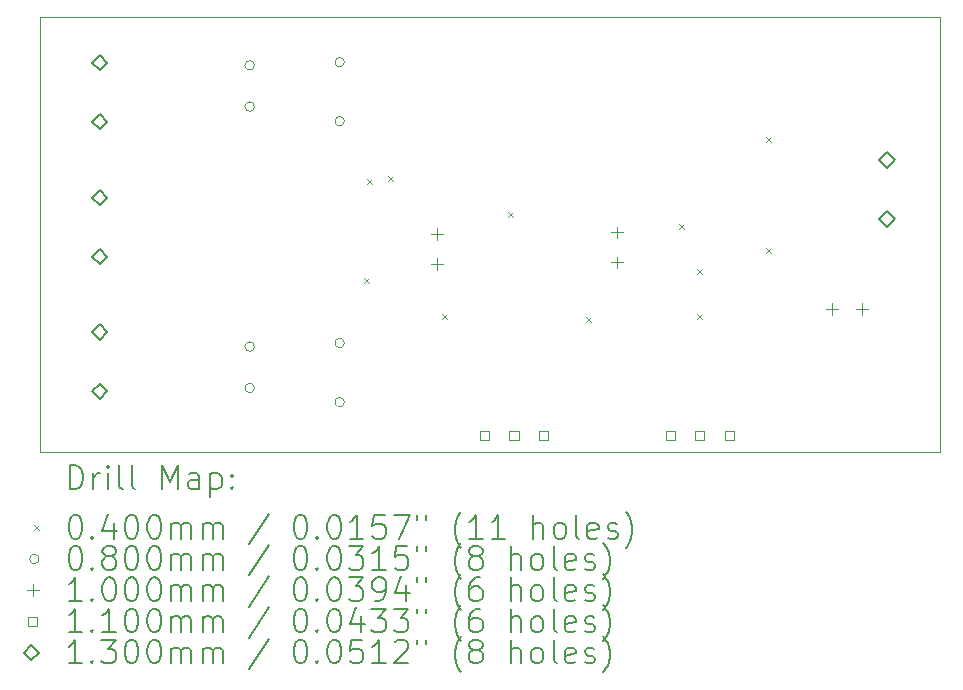
<source format=gbr>
%TF.GenerationSoftware,KiCad,Pcbnew,7.0.7-7.0.7~ubuntu22.04.1*%
%TF.CreationDate,2024-07-19T11:12:32-04:00*%
%TF.ProjectId,adjustable_instamp,61646a75-7374-4616-926c-655f696e7374,rev?*%
%TF.SameCoordinates,Original*%
%TF.FileFunction,Drillmap*%
%TF.FilePolarity,Positive*%
%FSLAX45Y45*%
G04 Gerber Fmt 4.5, Leading zero omitted, Abs format (unit mm)*
G04 Created by KiCad (PCBNEW 7.0.7-7.0.7~ubuntu22.04.1) date 2024-07-19 11:12:32*
%MOMM*%
%LPD*%
G01*
G04 APERTURE LIST*
%ADD10C,0.100000*%
%ADD11C,0.200000*%
%ADD12C,0.040000*%
%ADD13C,0.080000*%
%ADD14C,0.110000*%
%ADD15C,0.130000*%
G04 APERTURE END LIST*
D10*
X11430000Y-6858000D02*
X11430000Y-6985000D01*
X19050000Y-6858000D02*
X11430000Y-6858000D01*
X19050000Y-10541000D02*
X19050000Y-6858000D01*
X11430000Y-10541000D02*
X19050000Y-10541000D01*
X11430000Y-6985000D02*
X11430000Y-10541000D01*
D11*
D12*
X14178600Y-9073200D02*
X14218600Y-9113200D01*
X14218600Y-9073200D02*
X14178600Y-9113200D01*
X14204000Y-8235000D02*
X14244000Y-8275000D01*
X14244000Y-8235000D02*
X14204000Y-8275000D01*
X14381800Y-8209600D02*
X14421800Y-8249600D01*
X14421800Y-8209600D02*
X14381800Y-8249600D01*
X14839000Y-9378000D02*
X14879000Y-9418000D01*
X14879000Y-9378000D02*
X14839000Y-9418000D01*
X15397800Y-8514400D02*
X15437800Y-8554400D01*
X15437800Y-8514400D02*
X15397800Y-8554400D01*
X16058200Y-9403400D02*
X16098200Y-9443400D01*
X16098200Y-9403400D02*
X16058200Y-9443400D01*
X16845600Y-8616000D02*
X16885600Y-8656000D01*
X16885600Y-8616000D02*
X16845600Y-8656000D01*
X16998000Y-8997000D02*
X17038000Y-9037000D01*
X17038000Y-8997000D02*
X16998000Y-9037000D01*
X16998000Y-9378000D02*
X17038000Y-9418000D01*
X17038000Y-9378000D02*
X16998000Y-9418000D01*
X17582200Y-7879400D02*
X17622200Y-7919400D01*
X17622200Y-7879400D02*
X17582200Y-7919400D01*
X17582200Y-8819200D02*
X17622200Y-8859200D01*
X17622200Y-8819200D02*
X17582200Y-8859200D01*
D13*
X13248000Y-7270000D02*
G75*
G03*
X13248000Y-7270000I-40000J0D01*
G01*
X13248000Y-7620000D02*
G75*
G03*
X13248000Y-7620000I-40000J0D01*
G01*
X13248000Y-9652000D02*
G75*
G03*
X13248000Y-9652000I-40000J0D01*
G01*
X13248000Y-10002000D02*
G75*
G03*
X13248000Y-10002000I-40000J0D01*
G01*
X14010000Y-7243000D02*
G75*
G03*
X14010000Y-7243000I-40000J0D01*
G01*
X14010000Y-7743000D02*
G75*
G03*
X14010000Y-7743000I-40000J0D01*
G01*
X14010000Y-9621000D02*
G75*
G03*
X14010000Y-9621000I-40000J0D01*
G01*
X14010000Y-10121000D02*
G75*
G03*
X14010000Y-10121000I-40000J0D01*
G01*
D10*
X14795500Y-8649500D02*
X14795500Y-8749500D01*
X14745500Y-8699500D02*
X14845500Y-8699500D01*
X14795500Y-8903500D02*
X14795500Y-9003500D01*
X14745500Y-8953500D02*
X14845500Y-8953500D01*
X16319500Y-8635300D02*
X16319500Y-8735300D01*
X16269500Y-8685300D02*
X16369500Y-8685300D01*
X16319500Y-8889300D02*
X16319500Y-8989300D01*
X16269500Y-8939300D02*
X16369500Y-8939300D01*
X18135600Y-9284500D02*
X18135600Y-9384500D01*
X18085600Y-9334500D02*
X18185600Y-9334500D01*
X18389600Y-9284500D02*
X18389600Y-9384500D01*
X18339600Y-9334500D02*
X18439600Y-9334500D01*
D14*
X15234391Y-10440191D02*
X15234391Y-10362409D01*
X15156609Y-10362409D01*
X15156609Y-10440191D01*
X15234391Y-10440191D01*
X15484391Y-10440191D02*
X15484391Y-10362409D01*
X15406609Y-10362409D01*
X15406609Y-10440191D01*
X15484391Y-10440191D01*
X15734391Y-10440191D02*
X15734391Y-10362409D01*
X15656609Y-10362409D01*
X15656609Y-10440191D01*
X15734391Y-10440191D01*
X16806891Y-10442191D02*
X16806891Y-10364409D01*
X16729109Y-10364409D01*
X16729109Y-10442191D01*
X16806891Y-10442191D01*
X17056891Y-10442191D02*
X17056891Y-10364409D01*
X16979109Y-10364409D01*
X16979109Y-10442191D01*
X17056891Y-10442191D01*
X17306891Y-10442191D02*
X17306891Y-10364409D01*
X17229109Y-10364409D01*
X17229109Y-10442191D01*
X17306891Y-10442191D01*
D15*
X11938000Y-7312000D02*
X12003000Y-7247000D01*
X11938000Y-7182000D01*
X11873000Y-7247000D01*
X11938000Y-7312000D01*
X11938000Y-7812000D02*
X12003000Y-7747000D01*
X11938000Y-7682000D01*
X11873000Y-7747000D01*
X11938000Y-7812000D01*
X11938000Y-8455000D02*
X12003000Y-8390000D01*
X11938000Y-8325000D01*
X11873000Y-8390000D01*
X11938000Y-8455000D01*
X11938000Y-8955000D02*
X12003000Y-8890000D01*
X11938000Y-8825000D01*
X11873000Y-8890000D01*
X11938000Y-8955000D01*
X11938000Y-9594000D02*
X12003000Y-9529000D01*
X11938000Y-9464000D01*
X11873000Y-9529000D01*
X11938000Y-9594000D01*
X11938000Y-10094000D02*
X12003000Y-10029000D01*
X11938000Y-9964000D01*
X11873000Y-10029000D01*
X11938000Y-10094000D01*
X18605500Y-8137500D02*
X18670500Y-8072500D01*
X18605500Y-8007500D01*
X18540500Y-8072500D01*
X18605500Y-8137500D01*
X18605500Y-8637500D02*
X18670500Y-8572500D01*
X18605500Y-8507500D01*
X18540500Y-8572500D01*
X18605500Y-8637500D01*
D11*
X11685777Y-10857484D02*
X11685777Y-10657484D01*
X11685777Y-10657484D02*
X11733396Y-10657484D01*
X11733396Y-10657484D02*
X11761967Y-10667008D01*
X11761967Y-10667008D02*
X11781015Y-10686055D01*
X11781015Y-10686055D02*
X11790539Y-10705103D01*
X11790539Y-10705103D02*
X11800062Y-10743198D01*
X11800062Y-10743198D02*
X11800062Y-10771770D01*
X11800062Y-10771770D02*
X11790539Y-10809865D01*
X11790539Y-10809865D02*
X11781015Y-10828912D01*
X11781015Y-10828912D02*
X11761967Y-10847960D01*
X11761967Y-10847960D02*
X11733396Y-10857484D01*
X11733396Y-10857484D02*
X11685777Y-10857484D01*
X11885777Y-10857484D02*
X11885777Y-10724150D01*
X11885777Y-10762246D02*
X11895301Y-10743198D01*
X11895301Y-10743198D02*
X11904824Y-10733674D01*
X11904824Y-10733674D02*
X11923872Y-10724150D01*
X11923872Y-10724150D02*
X11942920Y-10724150D01*
X12009586Y-10857484D02*
X12009586Y-10724150D01*
X12009586Y-10657484D02*
X12000062Y-10667008D01*
X12000062Y-10667008D02*
X12009586Y-10676531D01*
X12009586Y-10676531D02*
X12019110Y-10667008D01*
X12019110Y-10667008D02*
X12009586Y-10657484D01*
X12009586Y-10657484D02*
X12009586Y-10676531D01*
X12133396Y-10857484D02*
X12114348Y-10847960D01*
X12114348Y-10847960D02*
X12104824Y-10828912D01*
X12104824Y-10828912D02*
X12104824Y-10657484D01*
X12238158Y-10857484D02*
X12219110Y-10847960D01*
X12219110Y-10847960D02*
X12209586Y-10828912D01*
X12209586Y-10828912D02*
X12209586Y-10657484D01*
X12466729Y-10857484D02*
X12466729Y-10657484D01*
X12466729Y-10657484D02*
X12533396Y-10800341D01*
X12533396Y-10800341D02*
X12600062Y-10657484D01*
X12600062Y-10657484D02*
X12600062Y-10857484D01*
X12781015Y-10857484D02*
X12781015Y-10752722D01*
X12781015Y-10752722D02*
X12771491Y-10733674D01*
X12771491Y-10733674D02*
X12752443Y-10724150D01*
X12752443Y-10724150D02*
X12714348Y-10724150D01*
X12714348Y-10724150D02*
X12695301Y-10733674D01*
X12781015Y-10847960D02*
X12761967Y-10857484D01*
X12761967Y-10857484D02*
X12714348Y-10857484D01*
X12714348Y-10857484D02*
X12695301Y-10847960D01*
X12695301Y-10847960D02*
X12685777Y-10828912D01*
X12685777Y-10828912D02*
X12685777Y-10809865D01*
X12685777Y-10809865D02*
X12695301Y-10790817D01*
X12695301Y-10790817D02*
X12714348Y-10781293D01*
X12714348Y-10781293D02*
X12761967Y-10781293D01*
X12761967Y-10781293D02*
X12781015Y-10771770D01*
X12876253Y-10724150D02*
X12876253Y-10924150D01*
X12876253Y-10733674D02*
X12895301Y-10724150D01*
X12895301Y-10724150D02*
X12933396Y-10724150D01*
X12933396Y-10724150D02*
X12952443Y-10733674D01*
X12952443Y-10733674D02*
X12961967Y-10743198D01*
X12961967Y-10743198D02*
X12971491Y-10762246D01*
X12971491Y-10762246D02*
X12971491Y-10819389D01*
X12971491Y-10819389D02*
X12961967Y-10838436D01*
X12961967Y-10838436D02*
X12952443Y-10847960D01*
X12952443Y-10847960D02*
X12933396Y-10857484D01*
X12933396Y-10857484D02*
X12895301Y-10857484D01*
X12895301Y-10857484D02*
X12876253Y-10847960D01*
X13057205Y-10838436D02*
X13066729Y-10847960D01*
X13066729Y-10847960D02*
X13057205Y-10857484D01*
X13057205Y-10857484D02*
X13047682Y-10847960D01*
X13047682Y-10847960D02*
X13057205Y-10838436D01*
X13057205Y-10838436D02*
X13057205Y-10857484D01*
X13057205Y-10733674D02*
X13066729Y-10743198D01*
X13066729Y-10743198D02*
X13057205Y-10752722D01*
X13057205Y-10752722D02*
X13047682Y-10743198D01*
X13047682Y-10743198D02*
X13057205Y-10733674D01*
X13057205Y-10733674D02*
X13057205Y-10752722D01*
D12*
X11385000Y-11166000D02*
X11425000Y-11206000D01*
X11425000Y-11166000D02*
X11385000Y-11206000D01*
D11*
X11723872Y-11077484D02*
X11742920Y-11077484D01*
X11742920Y-11077484D02*
X11761967Y-11087008D01*
X11761967Y-11087008D02*
X11771491Y-11096531D01*
X11771491Y-11096531D02*
X11781015Y-11115579D01*
X11781015Y-11115579D02*
X11790539Y-11153674D01*
X11790539Y-11153674D02*
X11790539Y-11201293D01*
X11790539Y-11201293D02*
X11781015Y-11239388D01*
X11781015Y-11239388D02*
X11771491Y-11258436D01*
X11771491Y-11258436D02*
X11761967Y-11267960D01*
X11761967Y-11267960D02*
X11742920Y-11277484D01*
X11742920Y-11277484D02*
X11723872Y-11277484D01*
X11723872Y-11277484D02*
X11704824Y-11267960D01*
X11704824Y-11267960D02*
X11695301Y-11258436D01*
X11695301Y-11258436D02*
X11685777Y-11239388D01*
X11685777Y-11239388D02*
X11676253Y-11201293D01*
X11676253Y-11201293D02*
X11676253Y-11153674D01*
X11676253Y-11153674D02*
X11685777Y-11115579D01*
X11685777Y-11115579D02*
X11695301Y-11096531D01*
X11695301Y-11096531D02*
X11704824Y-11087008D01*
X11704824Y-11087008D02*
X11723872Y-11077484D01*
X11876253Y-11258436D02*
X11885777Y-11267960D01*
X11885777Y-11267960D02*
X11876253Y-11277484D01*
X11876253Y-11277484D02*
X11866729Y-11267960D01*
X11866729Y-11267960D02*
X11876253Y-11258436D01*
X11876253Y-11258436D02*
X11876253Y-11277484D01*
X12057205Y-11144150D02*
X12057205Y-11277484D01*
X12009586Y-11067960D02*
X11961967Y-11210817D01*
X11961967Y-11210817D02*
X12085777Y-11210817D01*
X12200062Y-11077484D02*
X12219110Y-11077484D01*
X12219110Y-11077484D02*
X12238158Y-11087008D01*
X12238158Y-11087008D02*
X12247682Y-11096531D01*
X12247682Y-11096531D02*
X12257205Y-11115579D01*
X12257205Y-11115579D02*
X12266729Y-11153674D01*
X12266729Y-11153674D02*
X12266729Y-11201293D01*
X12266729Y-11201293D02*
X12257205Y-11239388D01*
X12257205Y-11239388D02*
X12247682Y-11258436D01*
X12247682Y-11258436D02*
X12238158Y-11267960D01*
X12238158Y-11267960D02*
X12219110Y-11277484D01*
X12219110Y-11277484D02*
X12200062Y-11277484D01*
X12200062Y-11277484D02*
X12181015Y-11267960D01*
X12181015Y-11267960D02*
X12171491Y-11258436D01*
X12171491Y-11258436D02*
X12161967Y-11239388D01*
X12161967Y-11239388D02*
X12152443Y-11201293D01*
X12152443Y-11201293D02*
X12152443Y-11153674D01*
X12152443Y-11153674D02*
X12161967Y-11115579D01*
X12161967Y-11115579D02*
X12171491Y-11096531D01*
X12171491Y-11096531D02*
X12181015Y-11087008D01*
X12181015Y-11087008D02*
X12200062Y-11077484D01*
X12390539Y-11077484D02*
X12409586Y-11077484D01*
X12409586Y-11077484D02*
X12428634Y-11087008D01*
X12428634Y-11087008D02*
X12438158Y-11096531D01*
X12438158Y-11096531D02*
X12447682Y-11115579D01*
X12447682Y-11115579D02*
X12457205Y-11153674D01*
X12457205Y-11153674D02*
X12457205Y-11201293D01*
X12457205Y-11201293D02*
X12447682Y-11239388D01*
X12447682Y-11239388D02*
X12438158Y-11258436D01*
X12438158Y-11258436D02*
X12428634Y-11267960D01*
X12428634Y-11267960D02*
X12409586Y-11277484D01*
X12409586Y-11277484D02*
X12390539Y-11277484D01*
X12390539Y-11277484D02*
X12371491Y-11267960D01*
X12371491Y-11267960D02*
X12361967Y-11258436D01*
X12361967Y-11258436D02*
X12352443Y-11239388D01*
X12352443Y-11239388D02*
X12342920Y-11201293D01*
X12342920Y-11201293D02*
X12342920Y-11153674D01*
X12342920Y-11153674D02*
X12352443Y-11115579D01*
X12352443Y-11115579D02*
X12361967Y-11096531D01*
X12361967Y-11096531D02*
X12371491Y-11087008D01*
X12371491Y-11087008D02*
X12390539Y-11077484D01*
X12542920Y-11277484D02*
X12542920Y-11144150D01*
X12542920Y-11163198D02*
X12552443Y-11153674D01*
X12552443Y-11153674D02*
X12571491Y-11144150D01*
X12571491Y-11144150D02*
X12600063Y-11144150D01*
X12600063Y-11144150D02*
X12619110Y-11153674D01*
X12619110Y-11153674D02*
X12628634Y-11172722D01*
X12628634Y-11172722D02*
X12628634Y-11277484D01*
X12628634Y-11172722D02*
X12638158Y-11153674D01*
X12638158Y-11153674D02*
X12657205Y-11144150D01*
X12657205Y-11144150D02*
X12685777Y-11144150D01*
X12685777Y-11144150D02*
X12704824Y-11153674D01*
X12704824Y-11153674D02*
X12714348Y-11172722D01*
X12714348Y-11172722D02*
X12714348Y-11277484D01*
X12809586Y-11277484D02*
X12809586Y-11144150D01*
X12809586Y-11163198D02*
X12819110Y-11153674D01*
X12819110Y-11153674D02*
X12838158Y-11144150D01*
X12838158Y-11144150D02*
X12866729Y-11144150D01*
X12866729Y-11144150D02*
X12885777Y-11153674D01*
X12885777Y-11153674D02*
X12895301Y-11172722D01*
X12895301Y-11172722D02*
X12895301Y-11277484D01*
X12895301Y-11172722D02*
X12904824Y-11153674D01*
X12904824Y-11153674D02*
X12923872Y-11144150D01*
X12923872Y-11144150D02*
X12952443Y-11144150D01*
X12952443Y-11144150D02*
X12971491Y-11153674D01*
X12971491Y-11153674D02*
X12981015Y-11172722D01*
X12981015Y-11172722D02*
X12981015Y-11277484D01*
X13371491Y-11067960D02*
X13200063Y-11325103D01*
X13628634Y-11077484D02*
X13647682Y-11077484D01*
X13647682Y-11077484D02*
X13666729Y-11087008D01*
X13666729Y-11087008D02*
X13676253Y-11096531D01*
X13676253Y-11096531D02*
X13685777Y-11115579D01*
X13685777Y-11115579D02*
X13695301Y-11153674D01*
X13695301Y-11153674D02*
X13695301Y-11201293D01*
X13695301Y-11201293D02*
X13685777Y-11239388D01*
X13685777Y-11239388D02*
X13676253Y-11258436D01*
X13676253Y-11258436D02*
X13666729Y-11267960D01*
X13666729Y-11267960D02*
X13647682Y-11277484D01*
X13647682Y-11277484D02*
X13628634Y-11277484D01*
X13628634Y-11277484D02*
X13609586Y-11267960D01*
X13609586Y-11267960D02*
X13600063Y-11258436D01*
X13600063Y-11258436D02*
X13590539Y-11239388D01*
X13590539Y-11239388D02*
X13581015Y-11201293D01*
X13581015Y-11201293D02*
X13581015Y-11153674D01*
X13581015Y-11153674D02*
X13590539Y-11115579D01*
X13590539Y-11115579D02*
X13600063Y-11096531D01*
X13600063Y-11096531D02*
X13609586Y-11087008D01*
X13609586Y-11087008D02*
X13628634Y-11077484D01*
X13781015Y-11258436D02*
X13790539Y-11267960D01*
X13790539Y-11267960D02*
X13781015Y-11277484D01*
X13781015Y-11277484D02*
X13771491Y-11267960D01*
X13771491Y-11267960D02*
X13781015Y-11258436D01*
X13781015Y-11258436D02*
X13781015Y-11277484D01*
X13914348Y-11077484D02*
X13933396Y-11077484D01*
X13933396Y-11077484D02*
X13952444Y-11087008D01*
X13952444Y-11087008D02*
X13961967Y-11096531D01*
X13961967Y-11096531D02*
X13971491Y-11115579D01*
X13971491Y-11115579D02*
X13981015Y-11153674D01*
X13981015Y-11153674D02*
X13981015Y-11201293D01*
X13981015Y-11201293D02*
X13971491Y-11239388D01*
X13971491Y-11239388D02*
X13961967Y-11258436D01*
X13961967Y-11258436D02*
X13952444Y-11267960D01*
X13952444Y-11267960D02*
X13933396Y-11277484D01*
X13933396Y-11277484D02*
X13914348Y-11277484D01*
X13914348Y-11277484D02*
X13895301Y-11267960D01*
X13895301Y-11267960D02*
X13885777Y-11258436D01*
X13885777Y-11258436D02*
X13876253Y-11239388D01*
X13876253Y-11239388D02*
X13866729Y-11201293D01*
X13866729Y-11201293D02*
X13866729Y-11153674D01*
X13866729Y-11153674D02*
X13876253Y-11115579D01*
X13876253Y-11115579D02*
X13885777Y-11096531D01*
X13885777Y-11096531D02*
X13895301Y-11087008D01*
X13895301Y-11087008D02*
X13914348Y-11077484D01*
X14171491Y-11277484D02*
X14057206Y-11277484D01*
X14114348Y-11277484D02*
X14114348Y-11077484D01*
X14114348Y-11077484D02*
X14095301Y-11106055D01*
X14095301Y-11106055D02*
X14076253Y-11125103D01*
X14076253Y-11125103D02*
X14057206Y-11134627D01*
X14352444Y-11077484D02*
X14257206Y-11077484D01*
X14257206Y-11077484D02*
X14247682Y-11172722D01*
X14247682Y-11172722D02*
X14257206Y-11163198D01*
X14257206Y-11163198D02*
X14276253Y-11153674D01*
X14276253Y-11153674D02*
X14323872Y-11153674D01*
X14323872Y-11153674D02*
X14342920Y-11163198D01*
X14342920Y-11163198D02*
X14352444Y-11172722D01*
X14352444Y-11172722D02*
X14361967Y-11191769D01*
X14361967Y-11191769D02*
X14361967Y-11239388D01*
X14361967Y-11239388D02*
X14352444Y-11258436D01*
X14352444Y-11258436D02*
X14342920Y-11267960D01*
X14342920Y-11267960D02*
X14323872Y-11277484D01*
X14323872Y-11277484D02*
X14276253Y-11277484D01*
X14276253Y-11277484D02*
X14257206Y-11267960D01*
X14257206Y-11267960D02*
X14247682Y-11258436D01*
X14428634Y-11077484D02*
X14561967Y-11077484D01*
X14561967Y-11077484D02*
X14476253Y-11277484D01*
X14628634Y-11077484D02*
X14628634Y-11115579D01*
X14704825Y-11077484D02*
X14704825Y-11115579D01*
X15000063Y-11353674D02*
X14990539Y-11344150D01*
X14990539Y-11344150D02*
X14971491Y-11315579D01*
X14971491Y-11315579D02*
X14961968Y-11296531D01*
X14961968Y-11296531D02*
X14952444Y-11267960D01*
X14952444Y-11267960D02*
X14942920Y-11220341D01*
X14942920Y-11220341D02*
X14942920Y-11182246D01*
X14942920Y-11182246D02*
X14952444Y-11134627D01*
X14952444Y-11134627D02*
X14961968Y-11106055D01*
X14961968Y-11106055D02*
X14971491Y-11087008D01*
X14971491Y-11087008D02*
X14990539Y-11058436D01*
X14990539Y-11058436D02*
X15000063Y-11048912D01*
X15181015Y-11277484D02*
X15066729Y-11277484D01*
X15123872Y-11277484D02*
X15123872Y-11077484D01*
X15123872Y-11077484D02*
X15104825Y-11106055D01*
X15104825Y-11106055D02*
X15085777Y-11125103D01*
X15085777Y-11125103D02*
X15066729Y-11134627D01*
X15371491Y-11277484D02*
X15257206Y-11277484D01*
X15314348Y-11277484D02*
X15314348Y-11077484D01*
X15314348Y-11077484D02*
X15295301Y-11106055D01*
X15295301Y-11106055D02*
X15276253Y-11125103D01*
X15276253Y-11125103D02*
X15257206Y-11134627D01*
X15609587Y-11277484D02*
X15609587Y-11077484D01*
X15695301Y-11277484D02*
X15695301Y-11172722D01*
X15695301Y-11172722D02*
X15685777Y-11153674D01*
X15685777Y-11153674D02*
X15666730Y-11144150D01*
X15666730Y-11144150D02*
X15638158Y-11144150D01*
X15638158Y-11144150D02*
X15619110Y-11153674D01*
X15619110Y-11153674D02*
X15609587Y-11163198D01*
X15819110Y-11277484D02*
X15800063Y-11267960D01*
X15800063Y-11267960D02*
X15790539Y-11258436D01*
X15790539Y-11258436D02*
X15781015Y-11239388D01*
X15781015Y-11239388D02*
X15781015Y-11182246D01*
X15781015Y-11182246D02*
X15790539Y-11163198D01*
X15790539Y-11163198D02*
X15800063Y-11153674D01*
X15800063Y-11153674D02*
X15819110Y-11144150D01*
X15819110Y-11144150D02*
X15847682Y-11144150D01*
X15847682Y-11144150D02*
X15866730Y-11153674D01*
X15866730Y-11153674D02*
X15876253Y-11163198D01*
X15876253Y-11163198D02*
X15885777Y-11182246D01*
X15885777Y-11182246D02*
X15885777Y-11239388D01*
X15885777Y-11239388D02*
X15876253Y-11258436D01*
X15876253Y-11258436D02*
X15866730Y-11267960D01*
X15866730Y-11267960D02*
X15847682Y-11277484D01*
X15847682Y-11277484D02*
X15819110Y-11277484D01*
X16000063Y-11277484D02*
X15981015Y-11267960D01*
X15981015Y-11267960D02*
X15971491Y-11248912D01*
X15971491Y-11248912D02*
X15971491Y-11077484D01*
X16152444Y-11267960D02*
X16133396Y-11277484D01*
X16133396Y-11277484D02*
X16095301Y-11277484D01*
X16095301Y-11277484D02*
X16076253Y-11267960D01*
X16076253Y-11267960D02*
X16066730Y-11248912D01*
X16066730Y-11248912D02*
X16066730Y-11172722D01*
X16066730Y-11172722D02*
X16076253Y-11153674D01*
X16076253Y-11153674D02*
X16095301Y-11144150D01*
X16095301Y-11144150D02*
X16133396Y-11144150D01*
X16133396Y-11144150D02*
X16152444Y-11153674D01*
X16152444Y-11153674D02*
X16161968Y-11172722D01*
X16161968Y-11172722D02*
X16161968Y-11191769D01*
X16161968Y-11191769D02*
X16066730Y-11210817D01*
X16238158Y-11267960D02*
X16257206Y-11277484D01*
X16257206Y-11277484D02*
X16295301Y-11277484D01*
X16295301Y-11277484D02*
X16314349Y-11267960D01*
X16314349Y-11267960D02*
X16323872Y-11248912D01*
X16323872Y-11248912D02*
X16323872Y-11239388D01*
X16323872Y-11239388D02*
X16314349Y-11220341D01*
X16314349Y-11220341D02*
X16295301Y-11210817D01*
X16295301Y-11210817D02*
X16266730Y-11210817D01*
X16266730Y-11210817D02*
X16247682Y-11201293D01*
X16247682Y-11201293D02*
X16238158Y-11182246D01*
X16238158Y-11182246D02*
X16238158Y-11172722D01*
X16238158Y-11172722D02*
X16247682Y-11153674D01*
X16247682Y-11153674D02*
X16266730Y-11144150D01*
X16266730Y-11144150D02*
X16295301Y-11144150D01*
X16295301Y-11144150D02*
X16314349Y-11153674D01*
X16390539Y-11353674D02*
X16400063Y-11344150D01*
X16400063Y-11344150D02*
X16419111Y-11315579D01*
X16419111Y-11315579D02*
X16428634Y-11296531D01*
X16428634Y-11296531D02*
X16438158Y-11267960D01*
X16438158Y-11267960D02*
X16447682Y-11220341D01*
X16447682Y-11220341D02*
X16447682Y-11182246D01*
X16447682Y-11182246D02*
X16438158Y-11134627D01*
X16438158Y-11134627D02*
X16428634Y-11106055D01*
X16428634Y-11106055D02*
X16419111Y-11087008D01*
X16419111Y-11087008D02*
X16400063Y-11058436D01*
X16400063Y-11058436D02*
X16390539Y-11048912D01*
D13*
X11425000Y-11450000D02*
G75*
G03*
X11425000Y-11450000I-40000J0D01*
G01*
D11*
X11723872Y-11341484D02*
X11742920Y-11341484D01*
X11742920Y-11341484D02*
X11761967Y-11351008D01*
X11761967Y-11351008D02*
X11771491Y-11360531D01*
X11771491Y-11360531D02*
X11781015Y-11379579D01*
X11781015Y-11379579D02*
X11790539Y-11417674D01*
X11790539Y-11417674D02*
X11790539Y-11465293D01*
X11790539Y-11465293D02*
X11781015Y-11503388D01*
X11781015Y-11503388D02*
X11771491Y-11522436D01*
X11771491Y-11522436D02*
X11761967Y-11531960D01*
X11761967Y-11531960D02*
X11742920Y-11541484D01*
X11742920Y-11541484D02*
X11723872Y-11541484D01*
X11723872Y-11541484D02*
X11704824Y-11531960D01*
X11704824Y-11531960D02*
X11695301Y-11522436D01*
X11695301Y-11522436D02*
X11685777Y-11503388D01*
X11685777Y-11503388D02*
X11676253Y-11465293D01*
X11676253Y-11465293D02*
X11676253Y-11417674D01*
X11676253Y-11417674D02*
X11685777Y-11379579D01*
X11685777Y-11379579D02*
X11695301Y-11360531D01*
X11695301Y-11360531D02*
X11704824Y-11351008D01*
X11704824Y-11351008D02*
X11723872Y-11341484D01*
X11876253Y-11522436D02*
X11885777Y-11531960D01*
X11885777Y-11531960D02*
X11876253Y-11541484D01*
X11876253Y-11541484D02*
X11866729Y-11531960D01*
X11866729Y-11531960D02*
X11876253Y-11522436D01*
X11876253Y-11522436D02*
X11876253Y-11541484D01*
X12000062Y-11427198D02*
X11981015Y-11417674D01*
X11981015Y-11417674D02*
X11971491Y-11408150D01*
X11971491Y-11408150D02*
X11961967Y-11389103D01*
X11961967Y-11389103D02*
X11961967Y-11379579D01*
X11961967Y-11379579D02*
X11971491Y-11360531D01*
X11971491Y-11360531D02*
X11981015Y-11351008D01*
X11981015Y-11351008D02*
X12000062Y-11341484D01*
X12000062Y-11341484D02*
X12038158Y-11341484D01*
X12038158Y-11341484D02*
X12057205Y-11351008D01*
X12057205Y-11351008D02*
X12066729Y-11360531D01*
X12066729Y-11360531D02*
X12076253Y-11379579D01*
X12076253Y-11379579D02*
X12076253Y-11389103D01*
X12076253Y-11389103D02*
X12066729Y-11408150D01*
X12066729Y-11408150D02*
X12057205Y-11417674D01*
X12057205Y-11417674D02*
X12038158Y-11427198D01*
X12038158Y-11427198D02*
X12000062Y-11427198D01*
X12000062Y-11427198D02*
X11981015Y-11436722D01*
X11981015Y-11436722D02*
X11971491Y-11446246D01*
X11971491Y-11446246D02*
X11961967Y-11465293D01*
X11961967Y-11465293D02*
X11961967Y-11503388D01*
X11961967Y-11503388D02*
X11971491Y-11522436D01*
X11971491Y-11522436D02*
X11981015Y-11531960D01*
X11981015Y-11531960D02*
X12000062Y-11541484D01*
X12000062Y-11541484D02*
X12038158Y-11541484D01*
X12038158Y-11541484D02*
X12057205Y-11531960D01*
X12057205Y-11531960D02*
X12066729Y-11522436D01*
X12066729Y-11522436D02*
X12076253Y-11503388D01*
X12076253Y-11503388D02*
X12076253Y-11465293D01*
X12076253Y-11465293D02*
X12066729Y-11446246D01*
X12066729Y-11446246D02*
X12057205Y-11436722D01*
X12057205Y-11436722D02*
X12038158Y-11427198D01*
X12200062Y-11341484D02*
X12219110Y-11341484D01*
X12219110Y-11341484D02*
X12238158Y-11351008D01*
X12238158Y-11351008D02*
X12247682Y-11360531D01*
X12247682Y-11360531D02*
X12257205Y-11379579D01*
X12257205Y-11379579D02*
X12266729Y-11417674D01*
X12266729Y-11417674D02*
X12266729Y-11465293D01*
X12266729Y-11465293D02*
X12257205Y-11503388D01*
X12257205Y-11503388D02*
X12247682Y-11522436D01*
X12247682Y-11522436D02*
X12238158Y-11531960D01*
X12238158Y-11531960D02*
X12219110Y-11541484D01*
X12219110Y-11541484D02*
X12200062Y-11541484D01*
X12200062Y-11541484D02*
X12181015Y-11531960D01*
X12181015Y-11531960D02*
X12171491Y-11522436D01*
X12171491Y-11522436D02*
X12161967Y-11503388D01*
X12161967Y-11503388D02*
X12152443Y-11465293D01*
X12152443Y-11465293D02*
X12152443Y-11417674D01*
X12152443Y-11417674D02*
X12161967Y-11379579D01*
X12161967Y-11379579D02*
X12171491Y-11360531D01*
X12171491Y-11360531D02*
X12181015Y-11351008D01*
X12181015Y-11351008D02*
X12200062Y-11341484D01*
X12390539Y-11341484D02*
X12409586Y-11341484D01*
X12409586Y-11341484D02*
X12428634Y-11351008D01*
X12428634Y-11351008D02*
X12438158Y-11360531D01*
X12438158Y-11360531D02*
X12447682Y-11379579D01*
X12447682Y-11379579D02*
X12457205Y-11417674D01*
X12457205Y-11417674D02*
X12457205Y-11465293D01*
X12457205Y-11465293D02*
X12447682Y-11503388D01*
X12447682Y-11503388D02*
X12438158Y-11522436D01*
X12438158Y-11522436D02*
X12428634Y-11531960D01*
X12428634Y-11531960D02*
X12409586Y-11541484D01*
X12409586Y-11541484D02*
X12390539Y-11541484D01*
X12390539Y-11541484D02*
X12371491Y-11531960D01*
X12371491Y-11531960D02*
X12361967Y-11522436D01*
X12361967Y-11522436D02*
X12352443Y-11503388D01*
X12352443Y-11503388D02*
X12342920Y-11465293D01*
X12342920Y-11465293D02*
X12342920Y-11417674D01*
X12342920Y-11417674D02*
X12352443Y-11379579D01*
X12352443Y-11379579D02*
X12361967Y-11360531D01*
X12361967Y-11360531D02*
X12371491Y-11351008D01*
X12371491Y-11351008D02*
X12390539Y-11341484D01*
X12542920Y-11541484D02*
X12542920Y-11408150D01*
X12542920Y-11427198D02*
X12552443Y-11417674D01*
X12552443Y-11417674D02*
X12571491Y-11408150D01*
X12571491Y-11408150D02*
X12600063Y-11408150D01*
X12600063Y-11408150D02*
X12619110Y-11417674D01*
X12619110Y-11417674D02*
X12628634Y-11436722D01*
X12628634Y-11436722D02*
X12628634Y-11541484D01*
X12628634Y-11436722D02*
X12638158Y-11417674D01*
X12638158Y-11417674D02*
X12657205Y-11408150D01*
X12657205Y-11408150D02*
X12685777Y-11408150D01*
X12685777Y-11408150D02*
X12704824Y-11417674D01*
X12704824Y-11417674D02*
X12714348Y-11436722D01*
X12714348Y-11436722D02*
X12714348Y-11541484D01*
X12809586Y-11541484D02*
X12809586Y-11408150D01*
X12809586Y-11427198D02*
X12819110Y-11417674D01*
X12819110Y-11417674D02*
X12838158Y-11408150D01*
X12838158Y-11408150D02*
X12866729Y-11408150D01*
X12866729Y-11408150D02*
X12885777Y-11417674D01*
X12885777Y-11417674D02*
X12895301Y-11436722D01*
X12895301Y-11436722D02*
X12895301Y-11541484D01*
X12895301Y-11436722D02*
X12904824Y-11417674D01*
X12904824Y-11417674D02*
X12923872Y-11408150D01*
X12923872Y-11408150D02*
X12952443Y-11408150D01*
X12952443Y-11408150D02*
X12971491Y-11417674D01*
X12971491Y-11417674D02*
X12981015Y-11436722D01*
X12981015Y-11436722D02*
X12981015Y-11541484D01*
X13371491Y-11331960D02*
X13200063Y-11589103D01*
X13628634Y-11341484D02*
X13647682Y-11341484D01*
X13647682Y-11341484D02*
X13666729Y-11351008D01*
X13666729Y-11351008D02*
X13676253Y-11360531D01*
X13676253Y-11360531D02*
X13685777Y-11379579D01*
X13685777Y-11379579D02*
X13695301Y-11417674D01*
X13695301Y-11417674D02*
X13695301Y-11465293D01*
X13695301Y-11465293D02*
X13685777Y-11503388D01*
X13685777Y-11503388D02*
X13676253Y-11522436D01*
X13676253Y-11522436D02*
X13666729Y-11531960D01*
X13666729Y-11531960D02*
X13647682Y-11541484D01*
X13647682Y-11541484D02*
X13628634Y-11541484D01*
X13628634Y-11541484D02*
X13609586Y-11531960D01*
X13609586Y-11531960D02*
X13600063Y-11522436D01*
X13600063Y-11522436D02*
X13590539Y-11503388D01*
X13590539Y-11503388D02*
X13581015Y-11465293D01*
X13581015Y-11465293D02*
X13581015Y-11417674D01*
X13581015Y-11417674D02*
X13590539Y-11379579D01*
X13590539Y-11379579D02*
X13600063Y-11360531D01*
X13600063Y-11360531D02*
X13609586Y-11351008D01*
X13609586Y-11351008D02*
X13628634Y-11341484D01*
X13781015Y-11522436D02*
X13790539Y-11531960D01*
X13790539Y-11531960D02*
X13781015Y-11541484D01*
X13781015Y-11541484D02*
X13771491Y-11531960D01*
X13771491Y-11531960D02*
X13781015Y-11522436D01*
X13781015Y-11522436D02*
X13781015Y-11541484D01*
X13914348Y-11341484D02*
X13933396Y-11341484D01*
X13933396Y-11341484D02*
X13952444Y-11351008D01*
X13952444Y-11351008D02*
X13961967Y-11360531D01*
X13961967Y-11360531D02*
X13971491Y-11379579D01*
X13971491Y-11379579D02*
X13981015Y-11417674D01*
X13981015Y-11417674D02*
X13981015Y-11465293D01*
X13981015Y-11465293D02*
X13971491Y-11503388D01*
X13971491Y-11503388D02*
X13961967Y-11522436D01*
X13961967Y-11522436D02*
X13952444Y-11531960D01*
X13952444Y-11531960D02*
X13933396Y-11541484D01*
X13933396Y-11541484D02*
X13914348Y-11541484D01*
X13914348Y-11541484D02*
X13895301Y-11531960D01*
X13895301Y-11531960D02*
X13885777Y-11522436D01*
X13885777Y-11522436D02*
X13876253Y-11503388D01*
X13876253Y-11503388D02*
X13866729Y-11465293D01*
X13866729Y-11465293D02*
X13866729Y-11417674D01*
X13866729Y-11417674D02*
X13876253Y-11379579D01*
X13876253Y-11379579D02*
X13885777Y-11360531D01*
X13885777Y-11360531D02*
X13895301Y-11351008D01*
X13895301Y-11351008D02*
X13914348Y-11341484D01*
X14047682Y-11341484D02*
X14171491Y-11341484D01*
X14171491Y-11341484D02*
X14104825Y-11417674D01*
X14104825Y-11417674D02*
X14133396Y-11417674D01*
X14133396Y-11417674D02*
X14152444Y-11427198D01*
X14152444Y-11427198D02*
X14161967Y-11436722D01*
X14161967Y-11436722D02*
X14171491Y-11455769D01*
X14171491Y-11455769D02*
X14171491Y-11503388D01*
X14171491Y-11503388D02*
X14161967Y-11522436D01*
X14161967Y-11522436D02*
X14152444Y-11531960D01*
X14152444Y-11531960D02*
X14133396Y-11541484D01*
X14133396Y-11541484D02*
X14076253Y-11541484D01*
X14076253Y-11541484D02*
X14057206Y-11531960D01*
X14057206Y-11531960D02*
X14047682Y-11522436D01*
X14361967Y-11541484D02*
X14247682Y-11541484D01*
X14304825Y-11541484D02*
X14304825Y-11341484D01*
X14304825Y-11341484D02*
X14285777Y-11370055D01*
X14285777Y-11370055D02*
X14266729Y-11389103D01*
X14266729Y-11389103D02*
X14247682Y-11398627D01*
X14542920Y-11341484D02*
X14447682Y-11341484D01*
X14447682Y-11341484D02*
X14438158Y-11436722D01*
X14438158Y-11436722D02*
X14447682Y-11427198D01*
X14447682Y-11427198D02*
X14466729Y-11417674D01*
X14466729Y-11417674D02*
X14514348Y-11417674D01*
X14514348Y-11417674D02*
X14533396Y-11427198D01*
X14533396Y-11427198D02*
X14542920Y-11436722D01*
X14542920Y-11436722D02*
X14552444Y-11455769D01*
X14552444Y-11455769D02*
X14552444Y-11503388D01*
X14552444Y-11503388D02*
X14542920Y-11522436D01*
X14542920Y-11522436D02*
X14533396Y-11531960D01*
X14533396Y-11531960D02*
X14514348Y-11541484D01*
X14514348Y-11541484D02*
X14466729Y-11541484D01*
X14466729Y-11541484D02*
X14447682Y-11531960D01*
X14447682Y-11531960D02*
X14438158Y-11522436D01*
X14628634Y-11341484D02*
X14628634Y-11379579D01*
X14704825Y-11341484D02*
X14704825Y-11379579D01*
X15000063Y-11617674D02*
X14990539Y-11608150D01*
X14990539Y-11608150D02*
X14971491Y-11579579D01*
X14971491Y-11579579D02*
X14961968Y-11560531D01*
X14961968Y-11560531D02*
X14952444Y-11531960D01*
X14952444Y-11531960D02*
X14942920Y-11484341D01*
X14942920Y-11484341D02*
X14942920Y-11446246D01*
X14942920Y-11446246D02*
X14952444Y-11398627D01*
X14952444Y-11398627D02*
X14961968Y-11370055D01*
X14961968Y-11370055D02*
X14971491Y-11351008D01*
X14971491Y-11351008D02*
X14990539Y-11322436D01*
X14990539Y-11322436D02*
X15000063Y-11312912D01*
X15104825Y-11427198D02*
X15085777Y-11417674D01*
X15085777Y-11417674D02*
X15076253Y-11408150D01*
X15076253Y-11408150D02*
X15066729Y-11389103D01*
X15066729Y-11389103D02*
X15066729Y-11379579D01*
X15066729Y-11379579D02*
X15076253Y-11360531D01*
X15076253Y-11360531D02*
X15085777Y-11351008D01*
X15085777Y-11351008D02*
X15104825Y-11341484D01*
X15104825Y-11341484D02*
X15142920Y-11341484D01*
X15142920Y-11341484D02*
X15161968Y-11351008D01*
X15161968Y-11351008D02*
X15171491Y-11360531D01*
X15171491Y-11360531D02*
X15181015Y-11379579D01*
X15181015Y-11379579D02*
X15181015Y-11389103D01*
X15181015Y-11389103D02*
X15171491Y-11408150D01*
X15171491Y-11408150D02*
X15161968Y-11417674D01*
X15161968Y-11417674D02*
X15142920Y-11427198D01*
X15142920Y-11427198D02*
X15104825Y-11427198D01*
X15104825Y-11427198D02*
X15085777Y-11436722D01*
X15085777Y-11436722D02*
X15076253Y-11446246D01*
X15076253Y-11446246D02*
X15066729Y-11465293D01*
X15066729Y-11465293D02*
X15066729Y-11503388D01*
X15066729Y-11503388D02*
X15076253Y-11522436D01*
X15076253Y-11522436D02*
X15085777Y-11531960D01*
X15085777Y-11531960D02*
X15104825Y-11541484D01*
X15104825Y-11541484D02*
X15142920Y-11541484D01*
X15142920Y-11541484D02*
X15161968Y-11531960D01*
X15161968Y-11531960D02*
X15171491Y-11522436D01*
X15171491Y-11522436D02*
X15181015Y-11503388D01*
X15181015Y-11503388D02*
X15181015Y-11465293D01*
X15181015Y-11465293D02*
X15171491Y-11446246D01*
X15171491Y-11446246D02*
X15161968Y-11436722D01*
X15161968Y-11436722D02*
X15142920Y-11427198D01*
X15419110Y-11541484D02*
X15419110Y-11341484D01*
X15504825Y-11541484D02*
X15504825Y-11436722D01*
X15504825Y-11436722D02*
X15495301Y-11417674D01*
X15495301Y-11417674D02*
X15476253Y-11408150D01*
X15476253Y-11408150D02*
X15447682Y-11408150D01*
X15447682Y-11408150D02*
X15428634Y-11417674D01*
X15428634Y-11417674D02*
X15419110Y-11427198D01*
X15628634Y-11541484D02*
X15609587Y-11531960D01*
X15609587Y-11531960D02*
X15600063Y-11522436D01*
X15600063Y-11522436D02*
X15590539Y-11503388D01*
X15590539Y-11503388D02*
X15590539Y-11446246D01*
X15590539Y-11446246D02*
X15600063Y-11427198D01*
X15600063Y-11427198D02*
X15609587Y-11417674D01*
X15609587Y-11417674D02*
X15628634Y-11408150D01*
X15628634Y-11408150D02*
X15657206Y-11408150D01*
X15657206Y-11408150D02*
X15676253Y-11417674D01*
X15676253Y-11417674D02*
X15685777Y-11427198D01*
X15685777Y-11427198D02*
X15695301Y-11446246D01*
X15695301Y-11446246D02*
X15695301Y-11503388D01*
X15695301Y-11503388D02*
X15685777Y-11522436D01*
X15685777Y-11522436D02*
X15676253Y-11531960D01*
X15676253Y-11531960D02*
X15657206Y-11541484D01*
X15657206Y-11541484D02*
X15628634Y-11541484D01*
X15809587Y-11541484D02*
X15790539Y-11531960D01*
X15790539Y-11531960D02*
X15781015Y-11512912D01*
X15781015Y-11512912D02*
X15781015Y-11341484D01*
X15961968Y-11531960D02*
X15942920Y-11541484D01*
X15942920Y-11541484D02*
X15904825Y-11541484D01*
X15904825Y-11541484D02*
X15885777Y-11531960D01*
X15885777Y-11531960D02*
X15876253Y-11512912D01*
X15876253Y-11512912D02*
X15876253Y-11436722D01*
X15876253Y-11436722D02*
X15885777Y-11417674D01*
X15885777Y-11417674D02*
X15904825Y-11408150D01*
X15904825Y-11408150D02*
X15942920Y-11408150D01*
X15942920Y-11408150D02*
X15961968Y-11417674D01*
X15961968Y-11417674D02*
X15971491Y-11436722D01*
X15971491Y-11436722D02*
X15971491Y-11455769D01*
X15971491Y-11455769D02*
X15876253Y-11474817D01*
X16047682Y-11531960D02*
X16066730Y-11541484D01*
X16066730Y-11541484D02*
X16104825Y-11541484D01*
X16104825Y-11541484D02*
X16123872Y-11531960D01*
X16123872Y-11531960D02*
X16133396Y-11512912D01*
X16133396Y-11512912D02*
X16133396Y-11503388D01*
X16133396Y-11503388D02*
X16123872Y-11484341D01*
X16123872Y-11484341D02*
X16104825Y-11474817D01*
X16104825Y-11474817D02*
X16076253Y-11474817D01*
X16076253Y-11474817D02*
X16057206Y-11465293D01*
X16057206Y-11465293D02*
X16047682Y-11446246D01*
X16047682Y-11446246D02*
X16047682Y-11436722D01*
X16047682Y-11436722D02*
X16057206Y-11417674D01*
X16057206Y-11417674D02*
X16076253Y-11408150D01*
X16076253Y-11408150D02*
X16104825Y-11408150D01*
X16104825Y-11408150D02*
X16123872Y-11417674D01*
X16200063Y-11617674D02*
X16209587Y-11608150D01*
X16209587Y-11608150D02*
X16228634Y-11579579D01*
X16228634Y-11579579D02*
X16238158Y-11560531D01*
X16238158Y-11560531D02*
X16247682Y-11531960D01*
X16247682Y-11531960D02*
X16257206Y-11484341D01*
X16257206Y-11484341D02*
X16257206Y-11446246D01*
X16257206Y-11446246D02*
X16247682Y-11398627D01*
X16247682Y-11398627D02*
X16238158Y-11370055D01*
X16238158Y-11370055D02*
X16228634Y-11351008D01*
X16228634Y-11351008D02*
X16209587Y-11322436D01*
X16209587Y-11322436D02*
X16200063Y-11312912D01*
D10*
X11375000Y-11664000D02*
X11375000Y-11764000D01*
X11325000Y-11714000D02*
X11425000Y-11714000D01*
D11*
X11790539Y-11805484D02*
X11676253Y-11805484D01*
X11733396Y-11805484D02*
X11733396Y-11605484D01*
X11733396Y-11605484D02*
X11714348Y-11634055D01*
X11714348Y-11634055D02*
X11695301Y-11653103D01*
X11695301Y-11653103D02*
X11676253Y-11662627D01*
X11876253Y-11786436D02*
X11885777Y-11795960D01*
X11885777Y-11795960D02*
X11876253Y-11805484D01*
X11876253Y-11805484D02*
X11866729Y-11795960D01*
X11866729Y-11795960D02*
X11876253Y-11786436D01*
X11876253Y-11786436D02*
X11876253Y-11805484D01*
X12009586Y-11605484D02*
X12028634Y-11605484D01*
X12028634Y-11605484D02*
X12047682Y-11615008D01*
X12047682Y-11615008D02*
X12057205Y-11624531D01*
X12057205Y-11624531D02*
X12066729Y-11643579D01*
X12066729Y-11643579D02*
X12076253Y-11681674D01*
X12076253Y-11681674D02*
X12076253Y-11729293D01*
X12076253Y-11729293D02*
X12066729Y-11767388D01*
X12066729Y-11767388D02*
X12057205Y-11786436D01*
X12057205Y-11786436D02*
X12047682Y-11795960D01*
X12047682Y-11795960D02*
X12028634Y-11805484D01*
X12028634Y-11805484D02*
X12009586Y-11805484D01*
X12009586Y-11805484D02*
X11990539Y-11795960D01*
X11990539Y-11795960D02*
X11981015Y-11786436D01*
X11981015Y-11786436D02*
X11971491Y-11767388D01*
X11971491Y-11767388D02*
X11961967Y-11729293D01*
X11961967Y-11729293D02*
X11961967Y-11681674D01*
X11961967Y-11681674D02*
X11971491Y-11643579D01*
X11971491Y-11643579D02*
X11981015Y-11624531D01*
X11981015Y-11624531D02*
X11990539Y-11615008D01*
X11990539Y-11615008D02*
X12009586Y-11605484D01*
X12200062Y-11605484D02*
X12219110Y-11605484D01*
X12219110Y-11605484D02*
X12238158Y-11615008D01*
X12238158Y-11615008D02*
X12247682Y-11624531D01*
X12247682Y-11624531D02*
X12257205Y-11643579D01*
X12257205Y-11643579D02*
X12266729Y-11681674D01*
X12266729Y-11681674D02*
X12266729Y-11729293D01*
X12266729Y-11729293D02*
X12257205Y-11767388D01*
X12257205Y-11767388D02*
X12247682Y-11786436D01*
X12247682Y-11786436D02*
X12238158Y-11795960D01*
X12238158Y-11795960D02*
X12219110Y-11805484D01*
X12219110Y-11805484D02*
X12200062Y-11805484D01*
X12200062Y-11805484D02*
X12181015Y-11795960D01*
X12181015Y-11795960D02*
X12171491Y-11786436D01*
X12171491Y-11786436D02*
X12161967Y-11767388D01*
X12161967Y-11767388D02*
X12152443Y-11729293D01*
X12152443Y-11729293D02*
X12152443Y-11681674D01*
X12152443Y-11681674D02*
X12161967Y-11643579D01*
X12161967Y-11643579D02*
X12171491Y-11624531D01*
X12171491Y-11624531D02*
X12181015Y-11615008D01*
X12181015Y-11615008D02*
X12200062Y-11605484D01*
X12390539Y-11605484D02*
X12409586Y-11605484D01*
X12409586Y-11605484D02*
X12428634Y-11615008D01*
X12428634Y-11615008D02*
X12438158Y-11624531D01*
X12438158Y-11624531D02*
X12447682Y-11643579D01*
X12447682Y-11643579D02*
X12457205Y-11681674D01*
X12457205Y-11681674D02*
X12457205Y-11729293D01*
X12457205Y-11729293D02*
X12447682Y-11767388D01*
X12447682Y-11767388D02*
X12438158Y-11786436D01*
X12438158Y-11786436D02*
X12428634Y-11795960D01*
X12428634Y-11795960D02*
X12409586Y-11805484D01*
X12409586Y-11805484D02*
X12390539Y-11805484D01*
X12390539Y-11805484D02*
X12371491Y-11795960D01*
X12371491Y-11795960D02*
X12361967Y-11786436D01*
X12361967Y-11786436D02*
X12352443Y-11767388D01*
X12352443Y-11767388D02*
X12342920Y-11729293D01*
X12342920Y-11729293D02*
X12342920Y-11681674D01*
X12342920Y-11681674D02*
X12352443Y-11643579D01*
X12352443Y-11643579D02*
X12361967Y-11624531D01*
X12361967Y-11624531D02*
X12371491Y-11615008D01*
X12371491Y-11615008D02*
X12390539Y-11605484D01*
X12542920Y-11805484D02*
X12542920Y-11672150D01*
X12542920Y-11691198D02*
X12552443Y-11681674D01*
X12552443Y-11681674D02*
X12571491Y-11672150D01*
X12571491Y-11672150D02*
X12600063Y-11672150D01*
X12600063Y-11672150D02*
X12619110Y-11681674D01*
X12619110Y-11681674D02*
X12628634Y-11700722D01*
X12628634Y-11700722D02*
X12628634Y-11805484D01*
X12628634Y-11700722D02*
X12638158Y-11681674D01*
X12638158Y-11681674D02*
X12657205Y-11672150D01*
X12657205Y-11672150D02*
X12685777Y-11672150D01*
X12685777Y-11672150D02*
X12704824Y-11681674D01*
X12704824Y-11681674D02*
X12714348Y-11700722D01*
X12714348Y-11700722D02*
X12714348Y-11805484D01*
X12809586Y-11805484D02*
X12809586Y-11672150D01*
X12809586Y-11691198D02*
X12819110Y-11681674D01*
X12819110Y-11681674D02*
X12838158Y-11672150D01*
X12838158Y-11672150D02*
X12866729Y-11672150D01*
X12866729Y-11672150D02*
X12885777Y-11681674D01*
X12885777Y-11681674D02*
X12895301Y-11700722D01*
X12895301Y-11700722D02*
X12895301Y-11805484D01*
X12895301Y-11700722D02*
X12904824Y-11681674D01*
X12904824Y-11681674D02*
X12923872Y-11672150D01*
X12923872Y-11672150D02*
X12952443Y-11672150D01*
X12952443Y-11672150D02*
X12971491Y-11681674D01*
X12971491Y-11681674D02*
X12981015Y-11700722D01*
X12981015Y-11700722D02*
X12981015Y-11805484D01*
X13371491Y-11595960D02*
X13200063Y-11853103D01*
X13628634Y-11605484D02*
X13647682Y-11605484D01*
X13647682Y-11605484D02*
X13666729Y-11615008D01*
X13666729Y-11615008D02*
X13676253Y-11624531D01*
X13676253Y-11624531D02*
X13685777Y-11643579D01*
X13685777Y-11643579D02*
X13695301Y-11681674D01*
X13695301Y-11681674D02*
X13695301Y-11729293D01*
X13695301Y-11729293D02*
X13685777Y-11767388D01*
X13685777Y-11767388D02*
X13676253Y-11786436D01*
X13676253Y-11786436D02*
X13666729Y-11795960D01*
X13666729Y-11795960D02*
X13647682Y-11805484D01*
X13647682Y-11805484D02*
X13628634Y-11805484D01*
X13628634Y-11805484D02*
X13609586Y-11795960D01*
X13609586Y-11795960D02*
X13600063Y-11786436D01*
X13600063Y-11786436D02*
X13590539Y-11767388D01*
X13590539Y-11767388D02*
X13581015Y-11729293D01*
X13581015Y-11729293D02*
X13581015Y-11681674D01*
X13581015Y-11681674D02*
X13590539Y-11643579D01*
X13590539Y-11643579D02*
X13600063Y-11624531D01*
X13600063Y-11624531D02*
X13609586Y-11615008D01*
X13609586Y-11615008D02*
X13628634Y-11605484D01*
X13781015Y-11786436D02*
X13790539Y-11795960D01*
X13790539Y-11795960D02*
X13781015Y-11805484D01*
X13781015Y-11805484D02*
X13771491Y-11795960D01*
X13771491Y-11795960D02*
X13781015Y-11786436D01*
X13781015Y-11786436D02*
X13781015Y-11805484D01*
X13914348Y-11605484D02*
X13933396Y-11605484D01*
X13933396Y-11605484D02*
X13952444Y-11615008D01*
X13952444Y-11615008D02*
X13961967Y-11624531D01*
X13961967Y-11624531D02*
X13971491Y-11643579D01*
X13971491Y-11643579D02*
X13981015Y-11681674D01*
X13981015Y-11681674D02*
X13981015Y-11729293D01*
X13981015Y-11729293D02*
X13971491Y-11767388D01*
X13971491Y-11767388D02*
X13961967Y-11786436D01*
X13961967Y-11786436D02*
X13952444Y-11795960D01*
X13952444Y-11795960D02*
X13933396Y-11805484D01*
X13933396Y-11805484D02*
X13914348Y-11805484D01*
X13914348Y-11805484D02*
X13895301Y-11795960D01*
X13895301Y-11795960D02*
X13885777Y-11786436D01*
X13885777Y-11786436D02*
X13876253Y-11767388D01*
X13876253Y-11767388D02*
X13866729Y-11729293D01*
X13866729Y-11729293D02*
X13866729Y-11681674D01*
X13866729Y-11681674D02*
X13876253Y-11643579D01*
X13876253Y-11643579D02*
X13885777Y-11624531D01*
X13885777Y-11624531D02*
X13895301Y-11615008D01*
X13895301Y-11615008D02*
X13914348Y-11605484D01*
X14047682Y-11605484D02*
X14171491Y-11605484D01*
X14171491Y-11605484D02*
X14104825Y-11681674D01*
X14104825Y-11681674D02*
X14133396Y-11681674D01*
X14133396Y-11681674D02*
X14152444Y-11691198D01*
X14152444Y-11691198D02*
X14161967Y-11700722D01*
X14161967Y-11700722D02*
X14171491Y-11719769D01*
X14171491Y-11719769D02*
X14171491Y-11767388D01*
X14171491Y-11767388D02*
X14161967Y-11786436D01*
X14161967Y-11786436D02*
X14152444Y-11795960D01*
X14152444Y-11795960D02*
X14133396Y-11805484D01*
X14133396Y-11805484D02*
X14076253Y-11805484D01*
X14076253Y-11805484D02*
X14057206Y-11795960D01*
X14057206Y-11795960D02*
X14047682Y-11786436D01*
X14266729Y-11805484D02*
X14304825Y-11805484D01*
X14304825Y-11805484D02*
X14323872Y-11795960D01*
X14323872Y-11795960D02*
X14333396Y-11786436D01*
X14333396Y-11786436D02*
X14352444Y-11757865D01*
X14352444Y-11757865D02*
X14361967Y-11719769D01*
X14361967Y-11719769D02*
X14361967Y-11643579D01*
X14361967Y-11643579D02*
X14352444Y-11624531D01*
X14352444Y-11624531D02*
X14342920Y-11615008D01*
X14342920Y-11615008D02*
X14323872Y-11605484D01*
X14323872Y-11605484D02*
X14285777Y-11605484D01*
X14285777Y-11605484D02*
X14266729Y-11615008D01*
X14266729Y-11615008D02*
X14257206Y-11624531D01*
X14257206Y-11624531D02*
X14247682Y-11643579D01*
X14247682Y-11643579D02*
X14247682Y-11691198D01*
X14247682Y-11691198D02*
X14257206Y-11710246D01*
X14257206Y-11710246D02*
X14266729Y-11719769D01*
X14266729Y-11719769D02*
X14285777Y-11729293D01*
X14285777Y-11729293D02*
X14323872Y-11729293D01*
X14323872Y-11729293D02*
X14342920Y-11719769D01*
X14342920Y-11719769D02*
X14352444Y-11710246D01*
X14352444Y-11710246D02*
X14361967Y-11691198D01*
X14533396Y-11672150D02*
X14533396Y-11805484D01*
X14485777Y-11595960D02*
X14438158Y-11738817D01*
X14438158Y-11738817D02*
X14561967Y-11738817D01*
X14628634Y-11605484D02*
X14628634Y-11643579D01*
X14704825Y-11605484D02*
X14704825Y-11643579D01*
X15000063Y-11881674D02*
X14990539Y-11872150D01*
X14990539Y-11872150D02*
X14971491Y-11843579D01*
X14971491Y-11843579D02*
X14961968Y-11824531D01*
X14961968Y-11824531D02*
X14952444Y-11795960D01*
X14952444Y-11795960D02*
X14942920Y-11748341D01*
X14942920Y-11748341D02*
X14942920Y-11710246D01*
X14942920Y-11710246D02*
X14952444Y-11662627D01*
X14952444Y-11662627D02*
X14961968Y-11634055D01*
X14961968Y-11634055D02*
X14971491Y-11615008D01*
X14971491Y-11615008D02*
X14990539Y-11586436D01*
X14990539Y-11586436D02*
X15000063Y-11576912D01*
X15161968Y-11605484D02*
X15123872Y-11605484D01*
X15123872Y-11605484D02*
X15104825Y-11615008D01*
X15104825Y-11615008D02*
X15095301Y-11624531D01*
X15095301Y-11624531D02*
X15076253Y-11653103D01*
X15076253Y-11653103D02*
X15066729Y-11691198D01*
X15066729Y-11691198D02*
X15066729Y-11767388D01*
X15066729Y-11767388D02*
X15076253Y-11786436D01*
X15076253Y-11786436D02*
X15085777Y-11795960D01*
X15085777Y-11795960D02*
X15104825Y-11805484D01*
X15104825Y-11805484D02*
X15142920Y-11805484D01*
X15142920Y-11805484D02*
X15161968Y-11795960D01*
X15161968Y-11795960D02*
X15171491Y-11786436D01*
X15171491Y-11786436D02*
X15181015Y-11767388D01*
X15181015Y-11767388D02*
X15181015Y-11719769D01*
X15181015Y-11719769D02*
X15171491Y-11700722D01*
X15171491Y-11700722D02*
X15161968Y-11691198D01*
X15161968Y-11691198D02*
X15142920Y-11681674D01*
X15142920Y-11681674D02*
X15104825Y-11681674D01*
X15104825Y-11681674D02*
X15085777Y-11691198D01*
X15085777Y-11691198D02*
X15076253Y-11700722D01*
X15076253Y-11700722D02*
X15066729Y-11719769D01*
X15419110Y-11805484D02*
X15419110Y-11605484D01*
X15504825Y-11805484D02*
X15504825Y-11700722D01*
X15504825Y-11700722D02*
X15495301Y-11681674D01*
X15495301Y-11681674D02*
X15476253Y-11672150D01*
X15476253Y-11672150D02*
X15447682Y-11672150D01*
X15447682Y-11672150D02*
X15428634Y-11681674D01*
X15428634Y-11681674D02*
X15419110Y-11691198D01*
X15628634Y-11805484D02*
X15609587Y-11795960D01*
X15609587Y-11795960D02*
X15600063Y-11786436D01*
X15600063Y-11786436D02*
X15590539Y-11767388D01*
X15590539Y-11767388D02*
X15590539Y-11710246D01*
X15590539Y-11710246D02*
X15600063Y-11691198D01*
X15600063Y-11691198D02*
X15609587Y-11681674D01*
X15609587Y-11681674D02*
X15628634Y-11672150D01*
X15628634Y-11672150D02*
X15657206Y-11672150D01*
X15657206Y-11672150D02*
X15676253Y-11681674D01*
X15676253Y-11681674D02*
X15685777Y-11691198D01*
X15685777Y-11691198D02*
X15695301Y-11710246D01*
X15695301Y-11710246D02*
X15695301Y-11767388D01*
X15695301Y-11767388D02*
X15685777Y-11786436D01*
X15685777Y-11786436D02*
X15676253Y-11795960D01*
X15676253Y-11795960D02*
X15657206Y-11805484D01*
X15657206Y-11805484D02*
X15628634Y-11805484D01*
X15809587Y-11805484D02*
X15790539Y-11795960D01*
X15790539Y-11795960D02*
X15781015Y-11776912D01*
X15781015Y-11776912D02*
X15781015Y-11605484D01*
X15961968Y-11795960D02*
X15942920Y-11805484D01*
X15942920Y-11805484D02*
X15904825Y-11805484D01*
X15904825Y-11805484D02*
X15885777Y-11795960D01*
X15885777Y-11795960D02*
X15876253Y-11776912D01*
X15876253Y-11776912D02*
X15876253Y-11700722D01*
X15876253Y-11700722D02*
X15885777Y-11681674D01*
X15885777Y-11681674D02*
X15904825Y-11672150D01*
X15904825Y-11672150D02*
X15942920Y-11672150D01*
X15942920Y-11672150D02*
X15961968Y-11681674D01*
X15961968Y-11681674D02*
X15971491Y-11700722D01*
X15971491Y-11700722D02*
X15971491Y-11719769D01*
X15971491Y-11719769D02*
X15876253Y-11738817D01*
X16047682Y-11795960D02*
X16066730Y-11805484D01*
X16066730Y-11805484D02*
X16104825Y-11805484D01*
X16104825Y-11805484D02*
X16123872Y-11795960D01*
X16123872Y-11795960D02*
X16133396Y-11776912D01*
X16133396Y-11776912D02*
X16133396Y-11767388D01*
X16133396Y-11767388D02*
X16123872Y-11748341D01*
X16123872Y-11748341D02*
X16104825Y-11738817D01*
X16104825Y-11738817D02*
X16076253Y-11738817D01*
X16076253Y-11738817D02*
X16057206Y-11729293D01*
X16057206Y-11729293D02*
X16047682Y-11710246D01*
X16047682Y-11710246D02*
X16047682Y-11700722D01*
X16047682Y-11700722D02*
X16057206Y-11681674D01*
X16057206Y-11681674D02*
X16076253Y-11672150D01*
X16076253Y-11672150D02*
X16104825Y-11672150D01*
X16104825Y-11672150D02*
X16123872Y-11681674D01*
X16200063Y-11881674D02*
X16209587Y-11872150D01*
X16209587Y-11872150D02*
X16228634Y-11843579D01*
X16228634Y-11843579D02*
X16238158Y-11824531D01*
X16238158Y-11824531D02*
X16247682Y-11795960D01*
X16247682Y-11795960D02*
X16257206Y-11748341D01*
X16257206Y-11748341D02*
X16257206Y-11710246D01*
X16257206Y-11710246D02*
X16247682Y-11662627D01*
X16247682Y-11662627D02*
X16238158Y-11634055D01*
X16238158Y-11634055D02*
X16228634Y-11615008D01*
X16228634Y-11615008D02*
X16209587Y-11586436D01*
X16209587Y-11586436D02*
X16200063Y-11576912D01*
D14*
X11408891Y-12016891D02*
X11408891Y-11939109D01*
X11331109Y-11939109D01*
X11331109Y-12016891D01*
X11408891Y-12016891D01*
D11*
X11790539Y-12069484D02*
X11676253Y-12069484D01*
X11733396Y-12069484D02*
X11733396Y-11869484D01*
X11733396Y-11869484D02*
X11714348Y-11898055D01*
X11714348Y-11898055D02*
X11695301Y-11917103D01*
X11695301Y-11917103D02*
X11676253Y-11926627D01*
X11876253Y-12050436D02*
X11885777Y-12059960D01*
X11885777Y-12059960D02*
X11876253Y-12069484D01*
X11876253Y-12069484D02*
X11866729Y-12059960D01*
X11866729Y-12059960D02*
X11876253Y-12050436D01*
X11876253Y-12050436D02*
X11876253Y-12069484D01*
X12076253Y-12069484D02*
X11961967Y-12069484D01*
X12019110Y-12069484D02*
X12019110Y-11869484D01*
X12019110Y-11869484D02*
X12000062Y-11898055D01*
X12000062Y-11898055D02*
X11981015Y-11917103D01*
X11981015Y-11917103D02*
X11961967Y-11926627D01*
X12200062Y-11869484D02*
X12219110Y-11869484D01*
X12219110Y-11869484D02*
X12238158Y-11879008D01*
X12238158Y-11879008D02*
X12247682Y-11888531D01*
X12247682Y-11888531D02*
X12257205Y-11907579D01*
X12257205Y-11907579D02*
X12266729Y-11945674D01*
X12266729Y-11945674D02*
X12266729Y-11993293D01*
X12266729Y-11993293D02*
X12257205Y-12031388D01*
X12257205Y-12031388D02*
X12247682Y-12050436D01*
X12247682Y-12050436D02*
X12238158Y-12059960D01*
X12238158Y-12059960D02*
X12219110Y-12069484D01*
X12219110Y-12069484D02*
X12200062Y-12069484D01*
X12200062Y-12069484D02*
X12181015Y-12059960D01*
X12181015Y-12059960D02*
X12171491Y-12050436D01*
X12171491Y-12050436D02*
X12161967Y-12031388D01*
X12161967Y-12031388D02*
X12152443Y-11993293D01*
X12152443Y-11993293D02*
X12152443Y-11945674D01*
X12152443Y-11945674D02*
X12161967Y-11907579D01*
X12161967Y-11907579D02*
X12171491Y-11888531D01*
X12171491Y-11888531D02*
X12181015Y-11879008D01*
X12181015Y-11879008D02*
X12200062Y-11869484D01*
X12390539Y-11869484D02*
X12409586Y-11869484D01*
X12409586Y-11869484D02*
X12428634Y-11879008D01*
X12428634Y-11879008D02*
X12438158Y-11888531D01*
X12438158Y-11888531D02*
X12447682Y-11907579D01*
X12447682Y-11907579D02*
X12457205Y-11945674D01*
X12457205Y-11945674D02*
X12457205Y-11993293D01*
X12457205Y-11993293D02*
X12447682Y-12031388D01*
X12447682Y-12031388D02*
X12438158Y-12050436D01*
X12438158Y-12050436D02*
X12428634Y-12059960D01*
X12428634Y-12059960D02*
X12409586Y-12069484D01*
X12409586Y-12069484D02*
X12390539Y-12069484D01*
X12390539Y-12069484D02*
X12371491Y-12059960D01*
X12371491Y-12059960D02*
X12361967Y-12050436D01*
X12361967Y-12050436D02*
X12352443Y-12031388D01*
X12352443Y-12031388D02*
X12342920Y-11993293D01*
X12342920Y-11993293D02*
X12342920Y-11945674D01*
X12342920Y-11945674D02*
X12352443Y-11907579D01*
X12352443Y-11907579D02*
X12361967Y-11888531D01*
X12361967Y-11888531D02*
X12371491Y-11879008D01*
X12371491Y-11879008D02*
X12390539Y-11869484D01*
X12542920Y-12069484D02*
X12542920Y-11936150D01*
X12542920Y-11955198D02*
X12552443Y-11945674D01*
X12552443Y-11945674D02*
X12571491Y-11936150D01*
X12571491Y-11936150D02*
X12600063Y-11936150D01*
X12600063Y-11936150D02*
X12619110Y-11945674D01*
X12619110Y-11945674D02*
X12628634Y-11964722D01*
X12628634Y-11964722D02*
X12628634Y-12069484D01*
X12628634Y-11964722D02*
X12638158Y-11945674D01*
X12638158Y-11945674D02*
X12657205Y-11936150D01*
X12657205Y-11936150D02*
X12685777Y-11936150D01*
X12685777Y-11936150D02*
X12704824Y-11945674D01*
X12704824Y-11945674D02*
X12714348Y-11964722D01*
X12714348Y-11964722D02*
X12714348Y-12069484D01*
X12809586Y-12069484D02*
X12809586Y-11936150D01*
X12809586Y-11955198D02*
X12819110Y-11945674D01*
X12819110Y-11945674D02*
X12838158Y-11936150D01*
X12838158Y-11936150D02*
X12866729Y-11936150D01*
X12866729Y-11936150D02*
X12885777Y-11945674D01*
X12885777Y-11945674D02*
X12895301Y-11964722D01*
X12895301Y-11964722D02*
X12895301Y-12069484D01*
X12895301Y-11964722D02*
X12904824Y-11945674D01*
X12904824Y-11945674D02*
X12923872Y-11936150D01*
X12923872Y-11936150D02*
X12952443Y-11936150D01*
X12952443Y-11936150D02*
X12971491Y-11945674D01*
X12971491Y-11945674D02*
X12981015Y-11964722D01*
X12981015Y-11964722D02*
X12981015Y-12069484D01*
X13371491Y-11859960D02*
X13200063Y-12117103D01*
X13628634Y-11869484D02*
X13647682Y-11869484D01*
X13647682Y-11869484D02*
X13666729Y-11879008D01*
X13666729Y-11879008D02*
X13676253Y-11888531D01*
X13676253Y-11888531D02*
X13685777Y-11907579D01*
X13685777Y-11907579D02*
X13695301Y-11945674D01*
X13695301Y-11945674D02*
X13695301Y-11993293D01*
X13695301Y-11993293D02*
X13685777Y-12031388D01*
X13685777Y-12031388D02*
X13676253Y-12050436D01*
X13676253Y-12050436D02*
X13666729Y-12059960D01*
X13666729Y-12059960D02*
X13647682Y-12069484D01*
X13647682Y-12069484D02*
X13628634Y-12069484D01*
X13628634Y-12069484D02*
X13609586Y-12059960D01*
X13609586Y-12059960D02*
X13600063Y-12050436D01*
X13600063Y-12050436D02*
X13590539Y-12031388D01*
X13590539Y-12031388D02*
X13581015Y-11993293D01*
X13581015Y-11993293D02*
X13581015Y-11945674D01*
X13581015Y-11945674D02*
X13590539Y-11907579D01*
X13590539Y-11907579D02*
X13600063Y-11888531D01*
X13600063Y-11888531D02*
X13609586Y-11879008D01*
X13609586Y-11879008D02*
X13628634Y-11869484D01*
X13781015Y-12050436D02*
X13790539Y-12059960D01*
X13790539Y-12059960D02*
X13781015Y-12069484D01*
X13781015Y-12069484D02*
X13771491Y-12059960D01*
X13771491Y-12059960D02*
X13781015Y-12050436D01*
X13781015Y-12050436D02*
X13781015Y-12069484D01*
X13914348Y-11869484D02*
X13933396Y-11869484D01*
X13933396Y-11869484D02*
X13952444Y-11879008D01*
X13952444Y-11879008D02*
X13961967Y-11888531D01*
X13961967Y-11888531D02*
X13971491Y-11907579D01*
X13971491Y-11907579D02*
X13981015Y-11945674D01*
X13981015Y-11945674D02*
X13981015Y-11993293D01*
X13981015Y-11993293D02*
X13971491Y-12031388D01*
X13971491Y-12031388D02*
X13961967Y-12050436D01*
X13961967Y-12050436D02*
X13952444Y-12059960D01*
X13952444Y-12059960D02*
X13933396Y-12069484D01*
X13933396Y-12069484D02*
X13914348Y-12069484D01*
X13914348Y-12069484D02*
X13895301Y-12059960D01*
X13895301Y-12059960D02*
X13885777Y-12050436D01*
X13885777Y-12050436D02*
X13876253Y-12031388D01*
X13876253Y-12031388D02*
X13866729Y-11993293D01*
X13866729Y-11993293D02*
X13866729Y-11945674D01*
X13866729Y-11945674D02*
X13876253Y-11907579D01*
X13876253Y-11907579D02*
X13885777Y-11888531D01*
X13885777Y-11888531D02*
X13895301Y-11879008D01*
X13895301Y-11879008D02*
X13914348Y-11869484D01*
X14152444Y-11936150D02*
X14152444Y-12069484D01*
X14104825Y-11859960D02*
X14057206Y-12002817D01*
X14057206Y-12002817D02*
X14181015Y-12002817D01*
X14238158Y-11869484D02*
X14361967Y-11869484D01*
X14361967Y-11869484D02*
X14295301Y-11945674D01*
X14295301Y-11945674D02*
X14323872Y-11945674D01*
X14323872Y-11945674D02*
X14342920Y-11955198D01*
X14342920Y-11955198D02*
X14352444Y-11964722D01*
X14352444Y-11964722D02*
X14361967Y-11983769D01*
X14361967Y-11983769D02*
X14361967Y-12031388D01*
X14361967Y-12031388D02*
X14352444Y-12050436D01*
X14352444Y-12050436D02*
X14342920Y-12059960D01*
X14342920Y-12059960D02*
X14323872Y-12069484D01*
X14323872Y-12069484D02*
X14266729Y-12069484D01*
X14266729Y-12069484D02*
X14247682Y-12059960D01*
X14247682Y-12059960D02*
X14238158Y-12050436D01*
X14428634Y-11869484D02*
X14552444Y-11869484D01*
X14552444Y-11869484D02*
X14485777Y-11945674D01*
X14485777Y-11945674D02*
X14514348Y-11945674D01*
X14514348Y-11945674D02*
X14533396Y-11955198D01*
X14533396Y-11955198D02*
X14542920Y-11964722D01*
X14542920Y-11964722D02*
X14552444Y-11983769D01*
X14552444Y-11983769D02*
X14552444Y-12031388D01*
X14552444Y-12031388D02*
X14542920Y-12050436D01*
X14542920Y-12050436D02*
X14533396Y-12059960D01*
X14533396Y-12059960D02*
X14514348Y-12069484D01*
X14514348Y-12069484D02*
X14457206Y-12069484D01*
X14457206Y-12069484D02*
X14438158Y-12059960D01*
X14438158Y-12059960D02*
X14428634Y-12050436D01*
X14628634Y-11869484D02*
X14628634Y-11907579D01*
X14704825Y-11869484D02*
X14704825Y-11907579D01*
X15000063Y-12145674D02*
X14990539Y-12136150D01*
X14990539Y-12136150D02*
X14971491Y-12107579D01*
X14971491Y-12107579D02*
X14961968Y-12088531D01*
X14961968Y-12088531D02*
X14952444Y-12059960D01*
X14952444Y-12059960D02*
X14942920Y-12012341D01*
X14942920Y-12012341D02*
X14942920Y-11974246D01*
X14942920Y-11974246D02*
X14952444Y-11926627D01*
X14952444Y-11926627D02*
X14961968Y-11898055D01*
X14961968Y-11898055D02*
X14971491Y-11879008D01*
X14971491Y-11879008D02*
X14990539Y-11850436D01*
X14990539Y-11850436D02*
X15000063Y-11840912D01*
X15161968Y-11869484D02*
X15123872Y-11869484D01*
X15123872Y-11869484D02*
X15104825Y-11879008D01*
X15104825Y-11879008D02*
X15095301Y-11888531D01*
X15095301Y-11888531D02*
X15076253Y-11917103D01*
X15076253Y-11917103D02*
X15066729Y-11955198D01*
X15066729Y-11955198D02*
X15066729Y-12031388D01*
X15066729Y-12031388D02*
X15076253Y-12050436D01*
X15076253Y-12050436D02*
X15085777Y-12059960D01*
X15085777Y-12059960D02*
X15104825Y-12069484D01*
X15104825Y-12069484D02*
X15142920Y-12069484D01*
X15142920Y-12069484D02*
X15161968Y-12059960D01*
X15161968Y-12059960D02*
X15171491Y-12050436D01*
X15171491Y-12050436D02*
X15181015Y-12031388D01*
X15181015Y-12031388D02*
X15181015Y-11983769D01*
X15181015Y-11983769D02*
X15171491Y-11964722D01*
X15171491Y-11964722D02*
X15161968Y-11955198D01*
X15161968Y-11955198D02*
X15142920Y-11945674D01*
X15142920Y-11945674D02*
X15104825Y-11945674D01*
X15104825Y-11945674D02*
X15085777Y-11955198D01*
X15085777Y-11955198D02*
X15076253Y-11964722D01*
X15076253Y-11964722D02*
X15066729Y-11983769D01*
X15419110Y-12069484D02*
X15419110Y-11869484D01*
X15504825Y-12069484D02*
X15504825Y-11964722D01*
X15504825Y-11964722D02*
X15495301Y-11945674D01*
X15495301Y-11945674D02*
X15476253Y-11936150D01*
X15476253Y-11936150D02*
X15447682Y-11936150D01*
X15447682Y-11936150D02*
X15428634Y-11945674D01*
X15428634Y-11945674D02*
X15419110Y-11955198D01*
X15628634Y-12069484D02*
X15609587Y-12059960D01*
X15609587Y-12059960D02*
X15600063Y-12050436D01*
X15600063Y-12050436D02*
X15590539Y-12031388D01*
X15590539Y-12031388D02*
X15590539Y-11974246D01*
X15590539Y-11974246D02*
X15600063Y-11955198D01*
X15600063Y-11955198D02*
X15609587Y-11945674D01*
X15609587Y-11945674D02*
X15628634Y-11936150D01*
X15628634Y-11936150D02*
X15657206Y-11936150D01*
X15657206Y-11936150D02*
X15676253Y-11945674D01*
X15676253Y-11945674D02*
X15685777Y-11955198D01*
X15685777Y-11955198D02*
X15695301Y-11974246D01*
X15695301Y-11974246D02*
X15695301Y-12031388D01*
X15695301Y-12031388D02*
X15685777Y-12050436D01*
X15685777Y-12050436D02*
X15676253Y-12059960D01*
X15676253Y-12059960D02*
X15657206Y-12069484D01*
X15657206Y-12069484D02*
X15628634Y-12069484D01*
X15809587Y-12069484D02*
X15790539Y-12059960D01*
X15790539Y-12059960D02*
X15781015Y-12040912D01*
X15781015Y-12040912D02*
X15781015Y-11869484D01*
X15961968Y-12059960D02*
X15942920Y-12069484D01*
X15942920Y-12069484D02*
X15904825Y-12069484D01*
X15904825Y-12069484D02*
X15885777Y-12059960D01*
X15885777Y-12059960D02*
X15876253Y-12040912D01*
X15876253Y-12040912D02*
X15876253Y-11964722D01*
X15876253Y-11964722D02*
X15885777Y-11945674D01*
X15885777Y-11945674D02*
X15904825Y-11936150D01*
X15904825Y-11936150D02*
X15942920Y-11936150D01*
X15942920Y-11936150D02*
X15961968Y-11945674D01*
X15961968Y-11945674D02*
X15971491Y-11964722D01*
X15971491Y-11964722D02*
X15971491Y-11983769D01*
X15971491Y-11983769D02*
X15876253Y-12002817D01*
X16047682Y-12059960D02*
X16066730Y-12069484D01*
X16066730Y-12069484D02*
X16104825Y-12069484D01*
X16104825Y-12069484D02*
X16123872Y-12059960D01*
X16123872Y-12059960D02*
X16133396Y-12040912D01*
X16133396Y-12040912D02*
X16133396Y-12031388D01*
X16133396Y-12031388D02*
X16123872Y-12012341D01*
X16123872Y-12012341D02*
X16104825Y-12002817D01*
X16104825Y-12002817D02*
X16076253Y-12002817D01*
X16076253Y-12002817D02*
X16057206Y-11993293D01*
X16057206Y-11993293D02*
X16047682Y-11974246D01*
X16047682Y-11974246D02*
X16047682Y-11964722D01*
X16047682Y-11964722D02*
X16057206Y-11945674D01*
X16057206Y-11945674D02*
X16076253Y-11936150D01*
X16076253Y-11936150D02*
X16104825Y-11936150D01*
X16104825Y-11936150D02*
X16123872Y-11945674D01*
X16200063Y-12145674D02*
X16209587Y-12136150D01*
X16209587Y-12136150D02*
X16228634Y-12107579D01*
X16228634Y-12107579D02*
X16238158Y-12088531D01*
X16238158Y-12088531D02*
X16247682Y-12059960D01*
X16247682Y-12059960D02*
X16257206Y-12012341D01*
X16257206Y-12012341D02*
X16257206Y-11974246D01*
X16257206Y-11974246D02*
X16247682Y-11926627D01*
X16247682Y-11926627D02*
X16238158Y-11898055D01*
X16238158Y-11898055D02*
X16228634Y-11879008D01*
X16228634Y-11879008D02*
X16209587Y-11850436D01*
X16209587Y-11850436D02*
X16200063Y-11840912D01*
D15*
X11360000Y-12307000D02*
X11425000Y-12242000D01*
X11360000Y-12177000D01*
X11295000Y-12242000D01*
X11360000Y-12307000D01*
D11*
X11790539Y-12333484D02*
X11676253Y-12333484D01*
X11733396Y-12333484D02*
X11733396Y-12133484D01*
X11733396Y-12133484D02*
X11714348Y-12162055D01*
X11714348Y-12162055D02*
X11695301Y-12181103D01*
X11695301Y-12181103D02*
X11676253Y-12190627D01*
X11876253Y-12314436D02*
X11885777Y-12323960D01*
X11885777Y-12323960D02*
X11876253Y-12333484D01*
X11876253Y-12333484D02*
X11866729Y-12323960D01*
X11866729Y-12323960D02*
X11876253Y-12314436D01*
X11876253Y-12314436D02*
X11876253Y-12333484D01*
X11952443Y-12133484D02*
X12076253Y-12133484D01*
X12076253Y-12133484D02*
X12009586Y-12209674D01*
X12009586Y-12209674D02*
X12038158Y-12209674D01*
X12038158Y-12209674D02*
X12057205Y-12219198D01*
X12057205Y-12219198D02*
X12066729Y-12228722D01*
X12066729Y-12228722D02*
X12076253Y-12247769D01*
X12076253Y-12247769D02*
X12076253Y-12295388D01*
X12076253Y-12295388D02*
X12066729Y-12314436D01*
X12066729Y-12314436D02*
X12057205Y-12323960D01*
X12057205Y-12323960D02*
X12038158Y-12333484D01*
X12038158Y-12333484D02*
X11981015Y-12333484D01*
X11981015Y-12333484D02*
X11961967Y-12323960D01*
X11961967Y-12323960D02*
X11952443Y-12314436D01*
X12200062Y-12133484D02*
X12219110Y-12133484D01*
X12219110Y-12133484D02*
X12238158Y-12143008D01*
X12238158Y-12143008D02*
X12247682Y-12152531D01*
X12247682Y-12152531D02*
X12257205Y-12171579D01*
X12257205Y-12171579D02*
X12266729Y-12209674D01*
X12266729Y-12209674D02*
X12266729Y-12257293D01*
X12266729Y-12257293D02*
X12257205Y-12295388D01*
X12257205Y-12295388D02*
X12247682Y-12314436D01*
X12247682Y-12314436D02*
X12238158Y-12323960D01*
X12238158Y-12323960D02*
X12219110Y-12333484D01*
X12219110Y-12333484D02*
X12200062Y-12333484D01*
X12200062Y-12333484D02*
X12181015Y-12323960D01*
X12181015Y-12323960D02*
X12171491Y-12314436D01*
X12171491Y-12314436D02*
X12161967Y-12295388D01*
X12161967Y-12295388D02*
X12152443Y-12257293D01*
X12152443Y-12257293D02*
X12152443Y-12209674D01*
X12152443Y-12209674D02*
X12161967Y-12171579D01*
X12161967Y-12171579D02*
X12171491Y-12152531D01*
X12171491Y-12152531D02*
X12181015Y-12143008D01*
X12181015Y-12143008D02*
X12200062Y-12133484D01*
X12390539Y-12133484D02*
X12409586Y-12133484D01*
X12409586Y-12133484D02*
X12428634Y-12143008D01*
X12428634Y-12143008D02*
X12438158Y-12152531D01*
X12438158Y-12152531D02*
X12447682Y-12171579D01*
X12447682Y-12171579D02*
X12457205Y-12209674D01*
X12457205Y-12209674D02*
X12457205Y-12257293D01*
X12457205Y-12257293D02*
X12447682Y-12295388D01*
X12447682Y-12295388D02*
X12438158Y-12314436D01*
X12438158Y-12314436D02*
X12428634Y-12323960D01*
X12428634Y-12323960D02*
X12409586Y-12333484D01*
X12409586Y-12333484D02*
X12390539Y-12333484D01*
X12390539Y-12333484D02*
X12371491Y-12323960D01*
X12371491Y-12323960D02*
X12361967Y-12314436D01*
X12361967Y-12314436D02*
X12352443Y-12295388D01*
X12352443Y-12295388D02*
X12342920Y-12257293D01*
X12342920Y-12257293D02*
X12342920Y-12209674D01*
X12342920Y-12209674D02*
X12352443Y-12171579D01*
X12352443Y-12171579D02*
X12361967Y-12152531D01*
X12361967Y-12152531D02*
X12371491Y-12143008D01*
X12371491Y-12143008D02*
X12390539Y-12133484D01*
X12542920Y-12333484D02*
X12542920Y-12200150D01*
X12542920Y-12219198D02*
X12552443Y-12209674D01*
X12552443Y-12209674D02*
X12571491Y-12200150D01*
X12571491Y-12200150D02*
X12600063Y-12200150D01*
X12600063Y-12200150D02*
X12619110Y-12209674D01*
X12619110Y-12209674D02*
X12628634Y-12228722D01*
X12628634Y-12228722D02*
X12628634Y-12333484D01*
X12628634Y-12228722D02*
X12638158Y-12209674D01*
X12638158Y-12209674D02*
X12657205Y-12200150D01*
X12657205Y-12200150D02*
X12685777Y-12200150D01*
X12685777Y-12200150D02*
X12704824Y-12209674D01*
X12704824Y-12209674D02*
X12714348Y-12228722D01*
X12714348Y-12228722D02*
X12714348Y-12333484D01*
X12809586Y-12333484D02*
X12809586Y-12200150D01*
X12809586Y-12219198D02*
X12819110Y-12209674D01*
X12819110Y-12209674D02*
X12838158Y-12200150D01*
X12838158Y-12200150D02*
X12866729Y-12200150D01*
X12866729Y-12200150D02*
X12885777Y-12209674D01*
X12885777Y-12209674D02*
X12895301Y-12228722D01*
X12895301Y-12228722D02*
X12895301Y-12333484D01*
X12895301Y-12228722D02*
X12904824Y-12209674D01*
X12904824Y-12209674D02*
X12923872Y-12200150D01*
X12923872Y-12200150D02*
X12952443Y-12200150D01*
X12952443Y-12200150D02*
X12971491Y-12209674D01*
X12971491Y-12209674D02*
X12981015Y-12228722D01*
X12981015Y-12228722D02*
X12981015Y-12333484D01*
X13371491Y-12123960D02*
X13200063Y-12381103D01*
X13628634Y-12133484D02*
X13647682Y-12133484D01*
X13647682Y-12133484D02*
X13666729Y-12143008D01*
X13666729Y-12143008D02*
X13676253Y-12152531D01*
X13676253Y-12152531D02*
X13685777Y-12171579D01*
X13685777Y-12171579D02*
X13695301Y-12209674D01*
X13695301Y-12209674D02*
X13695301Y-12257293D01*
X13695301Y-12257293D02*
X13685777Y-12295388D01*
X13685777Y-12295388D02*
X13676253Y-12314436D01*
X13676253Y-12314436D02*
X13666729Y-12323960D01*
X13666729Y-12323960D02*
X13647682Y-12333484D01*
X13647682Y-12333484D02*
X13628634Y-12333484D01*
X13628634Y-12333484D02*
X13609586Y-12323960D01*
X13609586Y-12323960D02*
X13600063Y-12314436D01*
X13600063Y-12314436D02*
X13590539Y-12295388D01*
X13590539Y-12295388D02*
X13581015Y-12257293D01*
X13581015Y-12257293D02*
X13581015Y-12209674D01*
X13581015Y-12209674D02*
X13590539Y-12171579D01*
X13590539Y-12171579D02*
X13600063Y-12152531D01*
X13600063Y-12152531D02*
X13609586Y-12143008D01*
X13609586Y-12143008D02*
X13628634Y-12133484D01*
X13781015Y-12314436D02*
X13790539Y-12323960D01*
X13790539Y-12323960D02*
X13781015Y-12333484D01*
X13781015Y-12333484D02*
X13771491Y-12323960D01*
X13771491Y-12323960D02*
X13781015Y-12314436D01*
X13781015Y-12314436D02*
X13781015Y-12333484D01*
X13914348Y-12133484D02*
X13933396Y-12133484D01*
X13933396Y-12133484D02*
X13952444Y-12143008D01*
X13952444Y-12143008D02*
X13961967Y-12152531D01*
X13961967Y-12152531D02*
X13971491Y-12171579D01*
X13971491Y-12171579D02*
X13981015Y-12209674D01*
X13981015Y-12209674D02*
X13981015Y-12257293D01*
X13981015Y-12257293D02*
X13971491Y-12295388D01*
X13971491Y-12295388D02*
X13961967Y-12314436D01*
X13961967Y-12314436D02*
X13952444Y-12323960D01*
X13952444Y-12323960D02*
X13933396Y-12333484D01*
X13933396Y-12333484D02*
X13914348Y-12333484D01*
X13914348Y-12333484D02*
X13895301Y-12323960D01*
X13895301Y-12323960D02*
X13885777Y-12314436D01*
X13885777Y-12314436D02*
X13876253Y-12295388D01*
X13876253Y-12295388D02*
X13866729Y-12257293D01*
X13866729Y-12257293D02*
X13866729Y-12209674D01*
X13866729Y-12209674D02*
X13876253Y-12171579D01*
X13876253Y-12171579D02*
X13885777Y-12152531D01*
X13885777Y-12152531D02*
X13895301Y-12143008D01*
X13895301Y-12143008D02*
X13914348Y-12133484D01*
X14161967Y-12133484D02*
X14066729Y-12133484D01*
X14066729Y-12133484D02*
X14057206Y-12228722D01*
X14057206Y-12228722D02*
X14066729Y-12219198D01*
X14066729Y-12219198D02*
X14085777Y-12209674D01*
X14085777Y-12209674D02*
X14133396Y-12209674D01*
X14133396Y-12209674D02*
X14152444Y-12219198D01*
X14152444Y-12219198D02*
X14161967Y-12228722D01*
X14161967Y-12228722D02*
X14171491Y-12247769D01*
X14171491Y-12247769D02*
X14171491Y-12295388D01*
X14171491Y-12295388D02*
X14161967Y-12314436D01*
X14161967Y-12314436D02*
X14152444Y-12323960D01*
X14152444Y-12323960D02*
X14133396Y-12333484D01*
X14133396Y-12333484D02*
X14085777Y-12333484D01*
X14085777Y-12333484D02*
X14066729Y-12323960D01*
X14066729Y-12323960D02*
X14057206Y-12314436D01*
X14361967Y-12333484D02*
X14247682Y-12333484D01*
X14304825Y-12333484D02*
X14304825Y-12133484D01*
X14304825Y-12133484D02*
X14285777Y-12162055D01*
X14285777Y-12162055D02*
X14266729Y-12181103D01*
X14266729Y-12181103D02*
X14247682Y-12190627D01*
X14438158Y-12152531D02*
X14447682Y-12143008D01*
X14447682Y-12143008D02*
X14466729Y-12133484D01*
X14466729Y-12133484D02*
X14514348Y-12133484D01*
X14514348Y-12133484D02*
X14533396Y-12143008D01*
X14533396Y-12143008D02*
X14542920Y-12152531D01*
X14542920Y-12152531D02*
X14552444Y-12171579D01*
X14552444Y-12171579D02*
X14552444Y-12190627D01*
X14552444Y-12190627D02*
X14542920Y-12219198D01*
X14542920Y-12219198D02*
X14428634Y-12333484D01*
X14428634Y-12333484D02*
X14552444Y-12333484D01*
X14628634Y-12133484D02*
X14628634Y-12171579D01*
X14704825Y-12133484D02*
X14704825Y-12171579D01*
X15000063Y-12409674D02*
X14990539Y-12400150D01*
X14990539Y-12400150D02*
X14971491Y-12371579D01*
X14971491Y-12371579D02*
X14961968Y-12352531D01*
X14961968Y-12352531D02*
X14952444Y-12323960D01*
X14952444Y-12323960D02*
X14942920Y-12276341D01*
X14942920Y-12276341D02*
X14942920Y-12238246D01*
X14942920Y-12238246D02*
X14952444Y-12190627D01*
X14952444Y-12190627D02*
X14961968Y-12162055D01*
X14961968Y-12162055D02*
X14971491Y-12143008D01*
X14971491Y-12143008D02*
X14990539Y-12114436D01*
X14990539Y-12114436D02*
X15000063Y-12104912D01*
X15104825Y-12219198D02*
X15085777Y-12209674D01*
X15085777Y-12209674D02*
X15076253Y-12200150D01*
X15076253Y-12200150D02*
X15066729Y-12181103D01*
X15066729Y-12181103D02*
X15066729Y-12171579D01*
X15066729Y-12171579D02*
X15076253Y-12152531D01*
X15076253Y-12152531D02*
X15085777Y-12143008D01*
X15085777Y-12143008D02*
X15104825Y-12133484D01*
X15104825Y-12133484D02*
X15142920Y-12133484D01*
X15142920Y-12133484D02*
X15161968Y-12143008D01*
X15161968Y-12143008D02*
X15171491Y-12152531D01*
X15171491Y-12152531D02*
X15181015Y-12171579D01*
X15181015Y-12171579D02*
X15181015Y-12181103D01*
X15181015Y-12181103D02*
X15171491Y-12200150D01*
X15171491Y-12200150D02*
X15161968Y-12209674D01*
X15161968Y-12209674D02*
X15142920Y-12219198D01*
X15142920Y-12219198D02*
X15104825Y-12219198D01*
X15104825Y-12219198D02*
X15085777Y-12228722D01*
X15085777Y-12228722D02*
X15076253Y-12238246D01*
X15076253Y-12238246D02*
X15066729Y-12257293D01*
X15066729Y-12257293D02*
X15066729Y-12295388D01*
X15066729Y-12295388D02*
X15076253Y-12314436D01*
X15076253Y-12314436D02*
X15085777Y-12323960D01*
X15085777Y-12323960D02*
X15104825Y-12333484D01*
X15104825Y-12333484D02*
X15142920Y-12333484D01*
X15142920Y-12333484D02*
X15161968Y-12323960D01*
X15161968Y-12323960D02*
X15171491Y-12314436D01*
X15171491Y-12314436D02*
X15181015Y-12295388D01*
X15181015Y-12295388D02*
X15181015Y-12257293D01*
X15181015Y-12257293D02*
X15171491Y-12238246D01*
X15171491Y-12238246D02*
X15161968Y-12228722D01*
X15161968Y-12228722D02*
X15142920Y-12219198D01*
X15419110Y-12333484D02*
X15419110Y-12133484D01*
X15504825Y-12333484D02*
X15504825Y-12228722D01*
X15504825Y-12228722D02*
X15495301Y-12209674D01*
X15495301Y-12209674D02*
X15476253Y-12200150D01*
X15476253Y-12200150D02*
X15447682Y-12200150D01*
X15447682Y-12200150D02*
X15428634Y-12209674D01*
X15428634Y-12209674D02*
X15419110Y-12219198D01*
X15628634Y-12333484D02*
X15609587Y-12323960D01*
X15609587Y-12323960D02*
X15600063Y-12314436D01*
X15600063Y-12314436D02*
X15590539Y-12295388D01*
X15590539Y-12295388D02*
X15590539Y-12238246D01*
X15590539Y-12238246D02*
X15600063Y-12219198D01*
X15600063Y-12219198D02*
X15609587Y-12209674D01*
X15609587Y-12209674D02*
X15628634Y-12200150D01*
X15628634Y-12200150D02*
X15657206Y-12200150D01*
X15657206Y-12200150D02*
X15676253Y-12209674D01*
X15676253Y-12209674D02*
X15685777Y-12219198D01*
X15685777Y-12219198D02*
X15695301Y-12238246D01*
X15695301Y-12238246D02*
X15695301Y-12295388D01*
X15695301Y-12295388D02*
X15685777Y-12314436D01*
X15685777Y-12314436D02*
X15676253Y-12323960D01*
X15676253Y-12323960D02*
X15657206Y-12333484D01*
X15657206Y-12333484D02*
X15628634Y-12333484D01*
X15809587Y-12333484D02*
X15790539Y-12323960D01*
X15790539Y-12323960D02*
X15781015Y-12304912D01*
X15781015Y-12304912D02*
X15781015Y-12133484D01*
X15961968Y-12323960D02*
X15942920Y-12333484D01*
X15942920Y-12333484D02*
X15904825Y-12333484D01*
X15904825Y-12333484D02*
X15885777Y-12323960D01*
X15885777Y-12323960D02*
X15876253Y-12304912D01*
X15876253Y-12304912D02*
X15876253Y-12228722D01*
X15876253Y-12228722D02*
X15885777Y-12209674D01*
X15885777Y-12209674D02*
X15904825Y-12200150D01*
X15904825Y-12200150D02*
X15942920Y-12200150D01*
X15942920Y-12200150D02*
X15961968Y-12209674D01*
X15961968Y-12209674D02*
X15971491Y-12228722D01*
X15971491Y-12228722D02*
X15971491Y-12247769D01*
X15971491Y-12247769D02*
X15876253Y-12266817D01*
X16047682Y-12323960D02*
X16066730Y-12333484D01*
X16066730Y-12333484D02*
X16104825Y-12333484D01*
X16104825Y-12333484D02*
X16123872Y-12323960D01*
X16123872Y-12323960D02*
X16133396Y-12304912D01*
X16133396Y-12304912D02*
X16133396Y-12295388D01*
X16133396Y-12295388D02*
X16123872Y-12276341D01*
X16123872Y-12276341D02*
X16104825Y-12266817D01*
X16104825Y-12266817D02*
X16076253Y-12266817D01*
X16076253Y-12266817D02*
X16057206Y-12257293D01*
X16057206Y-12257293D02*
X16047682Y-12238246D01*
X16047682Y-12238246D02*
X16047682Y-12228722D01*
X16047682Y-12228722D02*
X16057206Y-12209674D01*
X16057206Y-12209674D02*
X16076253Y-12200150D01*
X16076253Y-12200150D02*
X16104825Y-12200150D01*
X16104825Y-12200150D02*
X16123872Y-12209674D01*
X16200063Y-12409674D02*
X16209587Y-12400150D01*
X16209587Y-12400150D02*
X16228634Y-12371579D01*
X16228634Y-12371579D02*
X16238158Y-12352531D01*
X16238158Y-12352531D02*
X16247682Y-12323960D01*
X16247682Y-12323960D02*
X16257206Y-12276341D01*
X16257206Y-12276341D02*
X16257206Y-12238246D01*
X16257206Y-12238246D02*
X16247682Y-12190627D01*
X16247682Y-12190627D02*
X16238158Y-12162055D01*
X16238158Y-12162055D02*
X16228634Y-12143008D01*
X16228634Y-12143008D02*
X16209587Y-12114436D01*
X16209587Y-12114436D02*
X16200063Y-12104912D01*
M02*

</source>
